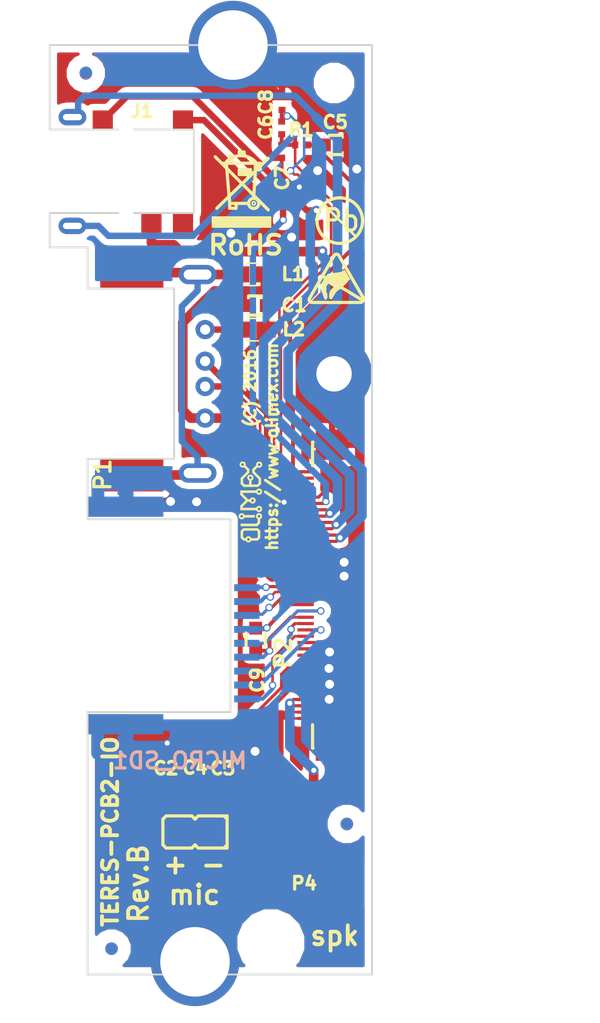
<source format=kicad_pcb>
(kicad_pcb (version 20160815) (host pcbnew no-vcs-found-undefined)

  (general
    (links 89)
    (no_connects 0)
    (area 95.569784 95.474 147.635548 177.63375)
    (thickness 1.6)
    (drawings 25)
    (tracks 403)
    (zones 0)
    (modules 46)
    (nets 28)
  )

  (page A4)
  (layers
    (0 F.Cu signal)
    (31 B.Cu signal)
    (32 B.Adhes user)
    (33 F.Adhes user)
    (34 B.Paste user)
    (35 F.Paste user hide)
    (36 B.SilkS user)
    (37 F.SilkS user)
    (38 B.Mask user)
    (39 F.Mask user hide)
    (40 Dwgs.User user hide)
    (41 Cmts.User user)
    (42 Eco1.User user)
    (43 Eco2.User user)
    (44 Edge.Cuts user)
    (45 Margin user)
    (46 B.CrtYd user)
    (47 F.CrtYd user)
    (48 B.Fab user hide)
    (49 F.Fab user hide)
  )

  (setup
    (last_trace_width 0.25)
    (user_trace_width 0.2032)
    (user_trace_width 0.3048)
    (user_trace_width 0.508)
    (user_trace_width 0.762)
    (user_trace_width 1.016)
    (trace_clearance 0.2)
    (zone_clearance 0.508)
    (zone_45_only no)
    (trace_min 0.2)
    (segment_width 0.2)
    (edge_width 0.15)
    (via_size 0.6)
    (via_drill 0.4)
    (via_min_size 0.4)
    (via_min_drill 0.3)
    (uvia_size 0.3)
    (uvia_drill 0.1)
    (uvias_allowed no)
    (uvia_min_size 0)
    (uvia_min_drill 0)
    (pcb_text_width 0.3)
    (pcb_text_size 1.5 1.5)
    (mod_edge_width 0.15)
    (mod_text_size 1 1)
    (mod_text_width 0.15)
    (pad_size 2.4 2.6)
    (pad_drill 0)
    (pad_to_mask_clearance 0.2)
    (pad_to_paste_clearance -0.01)
    (aux_axis_origin 102.5 173.5)
    (visible_elements FFFEFF7F)
    (pcbplotparams
      (layerselection 0x00000_ffffffff)
      (usegerberextensions false)
      (excludeedgelayer true)
      (linewidth 0.600000)
      (plotframeref false)
      (viasonmask false)
      (mode 1)
      (useauxorigin false)
      (hpglpennumber 1)
      (hpglpenspeed 20)
      (hpglpendiameter 15)
      (psnegative false)
      (psa4output false)
      (plotreference true)
      (plotvalue false)
      (plotinvisibletext false)
      (padsonsilk false)
      (subtractmaskfromsilk false)
      (outputformat 1)
      (mirror false)
      (drillshape 0)
      (scaleselection 1)
      (outputdirectory Gerbers/))
  )

  (net 0 "")
  (net 1 /USBVDD)
  (net 2 /UGND)
  (net 3 GND)
  (net 4 /MIC+)
  (net 5 /MIC-)
  (net 6 /HBIAS)
  (net 7 /MIC2_N)
  (net 8 /HS-MIC)
  (net 9 "Net-(C9-Pad1)")
  (net 10 "Net-(C9-Pad2)")
  (net 11 /HPCOM)
  (net 12 /HPRIGHT)
  (net 13 /HPLEFT)
  (net 14 /HPRR)
  (net 15 "Net-(L2-Pad1)")
  (net 16 "Net-(MICRO_SD1-Pad1)")
  (net 17 "Net-(MICRO_SD1-Pad2)")
  (net 18 "Net-(MICRO_SD1-Pad3)")
  (net 19 "Net-(MICRO_SD1-Pad5)")
  (net 20 "Net-(MICRO_SD1-Pad7)")
  (net 21 "Net-(MICRO_SD1-Pad8)")
  (net 22 /USBD_N)
  (net 23 /USBD_P)
  (net 24 /SPK+)
  (net 25 /SPK-)
  (net 26 "Net-(MICRO_SD1-Pad9)")
  (net 27 "Net-(L1-Pad1)")

  (net_class Default "This is the default net class."
    (clearance 0.2)
    (trace_width 0.25)
    (via_dia 0.6)
    (via_drill 0.4)
    (uvia_dia 0.3)
    (uvia_drill 0.1)
    (diff_pair_gap 0.25)
    (diff_pair_width 0.2)
    (add_net /HBIAS)
    (add_net /HPCOM)
    (add_net /HPLEFT)
    (add_net /HPRIGHT)
    (add_net /HPRR)
    (add_net /HS-MIC)
    (add_net /MIC+)
    (add_net /MIC-)
    (add_net /MIC2_N)
    (add_net /SPK+)
    (add_net /SPK-)
    (add_net /UGND)
    (add_net /USBD_N)
    (add_net /USBD_P)
    (add_net /USBVDD)
    (add_net GND)
    (add_net "Net-(C9-Pad1)")
    (add_net "Net-(C9-Pad2)")
    (add_net "Net-(L1-Pad1)")
    (add_net "Net-(L2-Pad1)")
    (add_net "Net-(MICRO_SD1-Pad1)")
    (add_net "Net-(MICRO_SD1-Pad2)")
    (add_net "Net-(MICRO_SD1-Pad3)")
    (add_net "Net-(MICRO_SD1-Pad5)")
    (add_net "Net-(MICRO_SD1-Pad7)")
    (add_net "Net-(MICRO_SD1-Pad8)")
    (add_net "Net-(MICRO_SD1-Pad9)")
  )

  (module OLIMEX_Connectors-FP:FPV-WZA21-40-LF (layer F.Cu) (tedit 58218520) (tstamp 57068141)
    (at 122.5 143.5 270)
    (path /56FECB0D)
    (attr smd)
    (fp_text reference P2 (at 4.582 4.533 270) (layer F.SilkS)
      (effects (font (size 1.27 1.27) (thickness 0.254)))
    )
    (fp_text value CONN_01X40 (at -0.05 -4.8 270) (layer F.Fab)
      (effects (font (size 1.27 1.27) (thickness 0.254)))
    )
    (fp_line (start 12.1 -0.85) (end 12.1 -3.5) (layer F.Fab) (width 0.254))
    (fp_line (start 12.1 -3.5) (end -12.1 -3.5) (layer F.Fab) (width 0.254))
    (fp_line (start -12.1 -3.5) (end -12.1 -0.85) (layer F.Fab) (width 0.254))
    (fp_line (start 12.1 2.15) (end 12.1 2.2) (layer F.Fab) (width 0.254))
    (fp_line (start 12.1 2.2) (end 10.25 2.2) (layer F.Fab) (width 0.254))
    (fp_line (start -12.1 2.15) (end -12.1 2.2) (layer F.Fab) (width 0.254))
    (fp_line (start -12.1 2.2) (end -10.25 2.2) (layer F.Fab) (width 0.254))
    (fp_line (start 12.1 2.2) (end 10.25 2.2) (layer F.SilkS) (width 0.254))
    (fp_line (start 10.2489 2.19964) (end -10.2489 2.19964) (layer F.Fab) (width 0.254))
    (fp_line (start -10.25 2.2) (end -12.1 2.2) (layer F.SilkS) (width 0.254))
    (fp_line (start -12.1 2.2) (end -12.1 2.16) (layer F.SilkS) (width 0.254))
    (fp_line (start -12.09802 2.159) (end -12.09802 -0.8382) (layer F.Fab) (width 0.254))
    (fp_line (start 12.09802 -0.8382) (end 12.09802 2.159) (layer F.Fab) (width 0.254))
    (fp_line (start 12.1 2.16) (end 12.1 2.2) (layer F.SilkS) (width 0.254))
    (pad 1 smd rect (at -9.75 2.75 90) (size 0.25 1.3) (layers F.Cu F.Paste F.Mask)
      (net 6 /HBIAS) (solder_mask_margin 0.0508) (solder_paste_margin -0.01))
    (pad 2 smd rect (at -9.25 2.75 90) (size 0.25 1.3) (layers F.Cu F.Paste F.Mask)
      (net 8 /HS-MIC) (solder_mask_margin 0.0508) (solder_paste_margin -0.01))
    (pad 3 smd rect (at -8.75 2.75 90) (size 0.25 1.3) (layers F.Cu F.Paste F.Mask)
      (net 8 /HS-MIC) (solder_mask_margin 0.0508) (solder_paste_margin -0.01))
    (pad 4 smd rect (at -8.25 2.75 90) (size 0.25 1.3) (layers F.Cu F.Paste F.Mask)
      (net 7 /MIC2_N) (solder_mask_margin 0.0508) (solder_paste_margin -0.01))
    (pad 5 smd rect (at -7.75 2.75 90) (size 0.25 1.3) (layers F.Cu F.Paste F.Mask)
      (net 3 GND) (solder_mask_margin 0.0508) (solder_paste_margin -0.01))
    (pad 6 smd rect (at -7.25 2.75 90) (size 0.25 1.3) (layers F.Cu F.Paste F.Mask)
      (net 14 /HPRR) (solder_mask_margin 0.0508) (solder_paste_margin -0.01))
    (pad 7 smd rect (at -6.75 2.75 90) (size 0.25 1.3) (layers F.Cu F.Paste F.Mask)
      (net 12 /HPRIGHT) (solder_mask_margin 0.0508) (solder_paste_margin -0.01))
    (pad 8 smd rect (at -6.25 2.75 90) (size 0.25 1.3) (layers F.Cu F.Paste F.Mask)
      (net 12 /HPRIGHT) (solder_mask_margin 0.0508) (solder_paste_margin -0.01))
    (pad 9 smd rect (at -5.75 2.75 90) (size 0.25 1.3) (layers F.Cu F.Paste F.Mask)
      (net 13 /HPLEFT) (solder_mask_margin 0.0508) (solder_paste_margin -0.01))
    (pad 10 smd rect (at -5.25 2.75 90) (size 0.25 1.3) (layers F.Cu F.Paste F.Mask)
      (net 13 /HPLEFT) (solder_mask_margin 0.0508) (solder_paste_margin -0.01))
    (pad 11 smd rect (at -4.75 2.75 90) (size 0.25 1.3) (layers F.Cu F.Paste F.Mask)
      (net 11 /HPCOM) (solder_mask_margin 0.0508) (solder_paste_margin -0.01))
    (pad 12 smd rect (at -4.25 2.75 90) (size 0.25 1.3) (layers F.Cu F.Paste F.Mask)
      (net 11 /HPCOM) (solder_mask_margin 0.0508) (solder_paste_margin -0.01))
    (pad 13 smd rect (at -3.75 2.75 90) (size 0.25 1.3) (layers F.Cu F.Paste F.Mask)
      (net 1 /USBVDD) (solder_mask_margin 0.0508) (solder_paste_margin -0.01))
    (pad 14 smd rect (at -3.25 2.75 90) (size 0.25 1.3) (layers F.Cu F.Paste F.Mask)
      (net 1 /USBVDD) (solder_mask_margin 0.0508) (solder_paste_margin -0.01))
    (pad 15 smd rect (at -2.75 2.75 90) (size 0.25 1.3) (layers F.Cu F.Paste F.Mask)
      (net 22 /USBD_N) (solder_mask_margin 0.0508) (solder_paste_margin -0.01))
    (pad 16 smd rect (at -2.25 2.75 90) (size 0.25 1.3) (layers F.Cu F.Paste F.Mask)
      (net 23 /USBD_P) (solder_mask_margin 0.0508) (solder_paste_margin -0.01))
    (pad 17 smd rect (at -1.75 2.75 90) (size 0.25 1.3) (layers F.Cu F.Paste F.Mask)
      (net 2 /UGND) (solder_mask_margin 0.0508) (solder_paste_margin -0.01))
    (pad 18 smd rect (at -1.25 2.75 90) (size 0.25 1.3) (layers F.Cu F.Paste F.Mask)
      (net 2 /UGND) (solder_mask_margin 0.0508) (solder_paste_margin -0.01))
    (pad 19 smd rect (at -0.75 2.75 90) (size 0.25 1.3) (layers F.Cu F.Paste F.Mask)
      (net 16 "Net-(MICRO_SD1-Pad1)") (solder_mask_margin 0.0508) (solder_paste_margin -0.01))
    (pad 20 smd rect (at -0.25 2.75 90) (size 0.25 1.3) (layers F.Cu F.Paste F.Mask)
      (net 17 "Net-(MICRO_SD1-Pad2)") (solder_mask_margin 0.0508) (solder_paste_margin -0.01))
    (pad 21 smd rect (at 0.25 2.75 90) (size 0.25 1.3) (layers F.Cu F.Paste F.Mask)
      (net 18 "Net-(MICRO_SD1-Pad3)") (solder_mask_margin 0.0508) (solder_paste_margin -0.01))
    (pad 22 smd rect (at 0.75 2.75 90) (size 0.25 1.3) (layers F.Cu F.Paste F.Mask)
      (net 10 "Net-(C9-Pad2)") (solder_mask_margin 0.0508) (solder_paste_margin -0.01))
    (pad 23 smd rect (at 1.25 2.75 90) (size 0.25 1.3) (layers F.Cu F.Paste F.Mask)
      (net 19 "Net-(MICRO_SD1-Pad5)") (solder_mask_margin 0.0508) (solder_paste_margin -0.01))
    (pad 24 smd rect (at 1.75 2.75 90) (size 0.25 1.3) (layers F.Cu F.Paste F.Mask)
      (net 9 "Net-(C9-Pad1)") (solder_mask_margin 0.0508) (solder_paste_margin -0.01))
    (pad 25 smd rect (at 2.25 2.75 90) (size 0.25 1.3) (layers F.Cu F.Paste F.Mask)
      (net 20 "Net-(MICRO_SD1-Pad7)") (solder_mask_margin 0.0508) (solder_paste_margin -0.01))
    (pad 26 smd rect (at 2.75 2.75 90) (size 0.25 1.3) (layers F.Cu F.Paste F.Mask)
      (net 21 "Net-(MICRO_SD1-Pad8)") (solder_mask_margin 0.0508) (solder_paste_margin -0.01))
    (pad 27 smd rect (at 3.25 2.75 90) (size 0.25 1.3) (layers F.Cu F.Paste F.Mask)
      (net 26 "Net-(MICRO_SD1-Pad9)") (solder_mask_margin 0.0508) (solder_paste_margin -0.01))
    (pad 28 smd rect (at 3.75 2.75 90) (size 0.25 1.3) (layers F.Cu F.Paste F.Mask)
      (net 3 GND) (solder_mask_margin 0.0508) (solder_paste_margin -0.01))
    (pad 29 smd rect (at 4.25 2.75 90) (size 0.25 1.3) (layers F.Cu F.Paste F.Mask)
      (net 3 GND) (solder_mask_margin 0.0508) (solder_paste_margin -0.01))
    (pad 30 smd rect (at 4.75 2.75 90) (size 0.25 1.3) (layers F.Cu F.Paste F.Mask)
      (net 3 GND) (solder_mask_margin 0.0508) (solder_paste_margin -0.01))
    (pad 31 smd rect (at 5.25 2.75 90) (size 0.25 1.3) (layers F.Cu F.Paste F.Mask)
      (net 3 GND) (solder_mask_margin 0.0508) (solder_paste_margin -0.01))
    (pad 32 smd rect (at 5.75 2.75 90) (size 0.25 1.3) (layers F.Cu F.Paste F.Mask)
      (net 4 /MIC+) (solder_mask_margin 0.0508) (solder_paste_margin -0.01))
    (pad 33 smd rect (at 6.25 2.75 90) (size 0.25 1.3) (layers F.Cu F.Paste F.Mask)
      (net 5 /MIC-) (solder_mask_margin 0.0508) (solder_paste_margin -0.01))
    (pad 34 smd rect (at 6.75 2.75 90) (size 0.25 1.3) (layers F.Cu F.Paste F.Mask)
      (net 3 GND) (solder_mask_margin 0.0508) (solder_paste_margin -0.01))
    (pad 35 smd rect (at 7.25 2.75 90) (size 0.25 1.3) (layers F.Cu F.Paste F.Mask)
      (net 3 GND) (solder_mask_margin 0.0508) (solder_paste_margin -0.01))
    (pad 36 smd rect (at 7.75 2.75 90) (size 0.25 1.3) (layers F.Cu F.Paste F.Mask)
      (net 3 GND) (solder_mask_margin 0.0508) (solder_paste_margin -0.01))
    (pad 37 smd rect (at 8.25 2.75 90) (size 0.25 1.3) (layers F.Cu F.Paste F.Mask)
      (net 24 /SPK+) (solder_mask_margin 0.0508) (solder_paste_margin -0.01))
    (pad 38 smd rect (at 8.75 2.75 90) (size 0.25 1.3) (layers F.Cu F.Paste F.Mask)
      (net 24 /SPK+) (solder_mask_margin 0.0508) (solder_paste_margin -0.01))
    (pad 39 smd rect (at 9.25 2.75 90) (size 0.25 1.3) (layers F.Cu F.Paste F.Mask)
      (net 25 /SPK-) (solder_mask_margin 0.0508) (solder_paste_margin -0.01))
    (pad 40 smd rect (at 9.75 2.75 90) (size 0.25 1.3) (layers F.Cu F.Paste F.Mask)
      (net 25 /SPK-) (solder_mask_margin 0.0508) (solder_paste_margin -0.01))
    (pad P1 smd rect (at -11.9 0.65 90) (size 2.4 2.6) (layers F.Cu F.Paste F.Mask)
      (net 3 GND) (solder_mask_margin 0.0508))
    (pad P2 smd rect (at 11.9 0.65 90) (size 2.4 2.6) (layers F.Cu F.Paste F.Mask)
      (net 3 GND) (solder_mask_margin 0.0508))
  )

  (module OLIMEX_Other-FP:via_09_07 (layer F.Cu) (tedit 571DD6C1) (tstamp 58199AB3)
    (at 121.65 148)
    (fp_text reference Ref** (at 0 0.5) (layer F.SilkS) hide
      (effects (font (size 1 1) (thickness 0.15)))
    )
    (fp_text value Val** (at 0 -0.7874) (layer F.Fab)
      (effects (font (size 1 1) (thickness 0.15)))
    )
    (pad 0 thru_hole circle (at 0 0) (size 0.9 0.9) (drill 0.7) (layers *.Cu)
      (net 3 GND) (zone_connect 2))
  )

  (module OLIMEX_Other-FP:via_09_07 (layer F.Cu) (tedit 571DD6C1) (tstamp 58199AA9)
    (at 121.6 149.3)
    (fp_text reference Ref** (at 0 0.5) (layer F.SilkS) hide
      (effects (font (size 1 1) (thickness 0.15)))
    )
    (fp_text value Val** (at 0 -0.7874) (layer F.Fab)
      (effects (font (size 1 1) (thickness 0.15)))
    )
    (pad 0 thru_hole circle (at 0 0) (size 0.9 0.9) (drill 0.7) (layers *.Cu)
      (net 3 GND) (zone_connect 2))
  )

  (module OLIMEX_Other-FP:via_09_07 (layer F.Cu) (tedit 571DD6C1) (tstamp 58199AA4)
    (at 121.65 150.55)
    (fp_text reference Ref** (at 0 0.5) (layer F.SilkS) hide
      (effects (font (size 1 1) (thickness 0.15)))
    )
    (fp_text value Val** (at 0 -0.7874) (layer F.Fab)
      (effects (font (size 1 1) (thickness 0.15)))
    )
    (pad 0 thru_hole circle (at 0 0) (size 0.9 0.9) (drill 0.7) (layers *.Cu)
      (net 3 GND) (zone_connect 2))
  )

  (module OLIMEX_Other-FP:via_09_07 (layer F.Cu) (tedit 571DD6C1) (tstamp 58199A86)
    (at 115.75 155.85)
    (fp_text reference Ref** (at 0 0.5) (layer F.SilkS) hide
      (effects (font (size 1 1) (thickness 0.15)))
    )
    (fp_text value Val** (at 0 -0.7874) (layer F.Fab)
      (effects (font (size 1 1) (thickness 0.15)))
    )
    (pad 0 thru_hole circle (at 0 0) (size 0.9 0.9) (drill 0.7) (layers *.Cu)
      (net 3 GND) (zone_connect 2))
  )

  (module OLIMEX_Other-FP:Fiducial1x3_transp (layer B.Cu) (tedit 5540CDCA) (tstamp 57BB5694)
    (at 104.394 171.458)
    (attr smd)
    (fp_text reference "" (at 0 -3) (layer B.SilkS)
      (effects (font (size 1 1) (thickness 0.15)) (justify mirror))
    )
    (fp_text value "" (at 0 3) (layer B.Fab)
      (effects (font (size 1 1) (thickness 0.15)) (justify mirror))
    )
    (fp_circle (center 0 0) (end 1.5 0) (layer Dwgs.User) (width 0.254))
    (pad Fid1 connect circle (at 0 0) (size 1 1) (layers B.Cu B.Mask)
      (solder_mask_margin 0.127) (clearance 1.016) (zone_connect 0))
  )

  (module OLIMEX_Other-FP:Fiducial1x3_transp (layer B.Cu) (tedit 5540CDCA) (tstamp 57BB568E)
    (at 123.0122 161.6)
    (attr smd)
    (fp_text reference "" (at 0 -3) (layer B.SilkS)
      (effects (font (size 1 1) (thickness 0.15)) (justify mirror))
    )
    (fp_text value "" (at 0 3) (layer B.Fab)
      (effects (font (size 1 1) (thickness 0.15)) (justify mirror))
    )
    (fp_circle (center 0 0) (end 1.5 0) (layer Dwgs.User) (width 0.254))
    (pad Fid1 connect circle (at 0 0) (size 1 1) (layers B.Cu B.Mask)
      (solder_mask_margin 0.127) (clearance 1.016) (zone_connect 0))
  )

  (module OLIMEX_Other-FP:Fiducial1x3_transp (layer B.Cu) (tedit 5540CDCA) (tstamp 57BB5688)
    (at 102.362 102.2)
    (attr smd)
    (fp_text reference "" (at 0 -3) (layer B.SilkS)
      (effects (font (size 1 1) (thickness 0.15)) (justify mirror))
    )
    (fp_text value "" (at 0 3) (layer B.Fab)
      (effects (font (size 1 1) (thickness 0.15)) (justify mirror))
    )
    (fp_circle (center 0 0) (end 1.5 0) (layer Dwgs.User) (width 0.254))
    (pad Fid1 connect circle (at 0 0) (size 1 1) (layers B.Cu B.Mask)
      (solder_mask_margin 0.127) (clearance 1.016) (zone_connect 0))
  )

  (module OLIMEX_Other-FP:via_09_07 (layer F.Cu) (tedit 571DD6C1) (tstamp 571DFBF5)
    (at 123.7996 109.8042)
    (fp_text reference Ref** (at 0 0.5) (layer F.SilkS) hide
      (effects (font (size 1 1) (thickness 0.15)))
    )
    (fp_text value Val** (at 0 -0.7874) (layer F.Fab)
      (effects (font (size 1 1) (thickness 0.15)))
    )
    (pad 0 thru_hole circle (at 0 0) (size 0.9 0.9) (drill 0.7) (layers *.Cu)
      (net 3 GND) (zone_connect 2))
  )

  (module OLIMEX_Other-FP:via_09_07 (layer F.Cu) (tedit 571DD6C1) (tstamp 571DFBEE)
    (at 120.7008 109.9312)
    (fp_text reference Ref** (at 0 0.5) (layer F.SilkS) hide
      (effects (font (size 1 1) (thickness 0.15)))
    )
    (fp_text value Val** (at 0 -0.7874) (layer F.Fab)
      (effects (font (size 1 1) (thickness 0.15)))
    )
    (pad 0 thru_hole circle (at 0 0) (size 0.9 0.9) (drill 0.7) (layers *.Cu)
      (net 3 GND) (zone_connect 2))
  )

  (module OLIMEX_Other-FP:via_09_07 (layer F.Cu) (tedit 571DD6C1) (tstamp 571DFBE1)
    (at 118.6434 115.189)
    (fp_text reference Ref** (at 0 0.5) (layer F.SilkS) hide
      (effects (font (size 1 1) (thickness 0.15)))
    )
    (fp_text value Val** (at 0 -0.7874) (layer F.Fab)
      (effects (font (size 1 1) (thickness 0.15)))
    )
    (pad 0 thru_hole circle (at 0 0) (size 0.9 0.9) (drill 0.7) (layers *.Cu)
      (net 3 GND) (zone_connect 2))
  )

  (module OLIMEX_Other-FP:via_09_07 (layer F.Cu) (tedit 571DD6C1) (tstamp 571DFBD9)
    (at 113.8428 114.8842)
    (fp_text reference Ref** (at 0 0.5) (layer F.SilkS) hide
      (effects (font (size 1 1) (thickness 0.15)))
    )
    (fp_text value Val** (at 0 -0.7874) (layer F.Fab)
      (effects (font (size 1 1) (thickness 0.15)))
    )
    (pad 0 thru_hole circle (at 0 0) (size 0.9 0.9) (drill 0.7) (layers *.Cu)
      (net 3 GND) (zone_connect 2))
  )

  (module OLIMEX_Other-FP:via_09_07 (layer F.Cu) (tedit 571DD6C1) (tstamp 571DF4ED)
    (at 121.6152 151.7396)
    (fp_text reference Ref** (at 0 0.5) (layer F.SilkS) hide
      (effects (font (size 1 1) (thickness 0.15)))
    )
    (fp_text value Val** (at 0 -0.7874) (layer F.Fab)
      (effects (font (size 1 1) (thickness 0.15)))
    )
    (pad 0 thru_hole circle (at 0 0) (size 0.9 0.9) (drill 0.7) (layers *.Cu)
      (net 3 GND) (zone_connect 2))
  )

  (module OLIMEX_Other-FP:via_09_07 (layer F.Cu) (tedit 571DD6C1) (tstamp 571DF4E0)
    (at 122.8 142)
    (fp_text reference Ref** (at 0 0.5) (layer F.SilkS) hide
      (effects (font (size 1 1) (thickness 0.15)))
    )
    (fp_text value Val** (at 0 -0.7874) (layer F.Fab)
      (effects (font (size 1 1) (thickness 0.15)))
    )
    (pad 0 thru_hole circle (at 0 0) (size 0.9 0.9) (drill 0.7) (layers *.Cu)
      (net 3 GND) (zone_connect 2))
  )

  (module OLIMEX_Other-FP:via_09_07 (layer F.Cu) (tedit 571DD6C1) (tstamp 571DF4DC)
    (at 122.8 140.9)
    (fp_text reference Ref** (at 0 0.5) (layer F.SilkS) hide
      (effects (font (size 1 1) (thickness 0.15)))
    )
    (fp_text value Val** (at 0 -0.7874) (layer F.Fab)
      (effects (font (size 1 1) (thickness 0.15)))
    )
    (pad 0 thru_hole circle (at 0 0) (size 0.9 0.9) (drill 0.7) (layers *.Cu)
      (net 3 GND) (zone_connect 2))
  )

  (module OLIMEX_Other-FP:via_09_07 (layer F.Cu) (tedit 571DD6C1) (tstamp 571DF4D8)
    (at 111.125 136.1186)
    (fp_text reference Ref** (at 0 0.5) (layer F.SilkS) hide
      (effects (font (size 1 1) (thickness 0.15)))
    )
    (fp_text value Val** (at 0 -0.7874) (layer F.Fab)
      (effects (font (size 1 1) (thickness 0.15)))
    )
    (pad 0 thru_hole circle (at 0 0) (size 0.9 0.9) (drill 0.7) (layers *.Cu)
      (net 3 GND) (zone_connect 2))
  )

  (module OLIMEX_Other-FP:Mounting_hole_2.5mm (layer F.Cu) (tedit 57BAA036) (tstamp 57065693)
    (at 138.406 168.4192)
    (fp_text reference MountingHole (at 0.05 -3.7) (layer F.SilkS) hide
      (effects (font (size 0.8 0.8) (thickness 0.2)))
    )
    (fp_text value Mounting_hole_3.3mm (at 0.45 3.45) (layer F.Fab) hide
      (effects (font (size 0.5 0.5) (thickness 0.125)))
    )
    (pad "" np_thru_hole circle (at -21.406 2.5808) (size 2.2 2.2) (drill 2.2) (layers *.Cu *.Mask)
      (clearance 1.55) (zone_connect 2))
  )

  (module OLIMEX_Other-FP:Mounting_hole_THERES (layer F.Cu) (tedit 57BAA0FF) (tstamp 570655BD)
    (at 113.5 100)
    (fp_text reference MountingHole (at 0.05 -3.7) (layer F.SilkS) hide
      (effects (font (size 0.8 0.8) (thickness 0.2)))
    )
    (fp_text value Mounting_hole_3.3mm (at 0.45 3.45) (layer F.Fab) hide
      (effects (font (size 0.5 0.5) (thickness 0.125)))
    )
    (pad "" thru_hole circle (at 0.5 0) (size 7 7) (drill 5.5) (layers *.Cu *.Mask)
      (net 3 GND) (clearance 0.254) (zone_connect 2))
  )

  (module OLIMEX_Other-FP:Mounting_hole_THERES (layer F.Cu) (tedit 57BAA0D2) (tstamp 570655C8)
    (at 111 173.5)
    (fp_text reference MountingHole (at 0.05 -3.7) (layer F.SilkS) hide
      (effects (font (size 0.8 0.8) (thickness 0.2)))
    )
    (fp_text value Mounting_hole_3.3mm (at 0.45 3.45) (layer F.Fab) hide
      (effects (font (size 0.5 0.5) (thickness 0.125)))
    )
    (pad "" thru_hole circle (at 0 -1) (size 7 7) (drill 5.5) (layers *.Cu *.Mask)
      (net 3 GND) (clearance 1.55) (zone_connect 2))
  )

  (module OLIMEX_Other-FP:Mounting_hole_2.5mm (layer F.Cu) (tedit 571DD652) (tstamp 57065673)
    (at 141.859 126.111)
    (fp_text reference MountingHole (at 0.05 -3.7) (layer F.SilkS) hide
      (effects (font (size 0.8 0.8) (thickness 0.2)))
    )
    (fp_text value Mounting_hole_3.3mm (at 0.45 3.45) (layer F.Fab) hide
      (effects (font (size 0.5 0.5) (thickness 0.125)))
    )
    (pad "" thru_hole circle (at -19.859 -0.111) (size 6 6) (drill 2.8) (layers *.Cu *.Mask)
      (net 3 GND) (clearance 0.254) (zone_connect 2))
  )

  (module OLIMEX_Other-FP:Mounting_hole_2.5mm (layer F.Cu) (tedit 57BA9E20) (tstamp 5706567D)
    (at 142.804 101.8662)
    (fp_text reference MountingHole (at 0.05 -3.7) (layer F.SilkS) hide
      (effects (font (size 0.8 0.8) (thickness 0.2)))
    )
    (fp_text value Mounting_hole_3.3mm (at 0.45 3.45) (layer F.Fab) hide
      (effects (font (size 0.5 0.5) (thickness 0.125)))
    )
    (pad "" np_thru_hole circle (at -20.804 1.1338) (size 2.2 2.2) (drill 2.2) (layers *.Cu *.Mask)
      (clearance 0.254) (zone_connect 2))
  )

  (module OLIMEX_Connectors-FP:CON-SPK-HERMES (layer F.Cu) (tedit 5821850B) (tstamp 57066C89)
    (at 119.634 167.767)
    (path /56FEA0EE)
    (fp_text reference P4 (at 0 -1.4732) (layer F.SilkS)
      (effects (font (size 1.016 1.016) (thickness 0.254)))
    )
    (fp_text value CONN_01X02 (at 6.35 -1.524 90) (layer F.Fab)
      (effects (font (size 1 1) (thickness 0.15)))
    )
    (fp_line (start 3.8 -4) (end -3.8 -4) (layer F.Fab) (width 0.254))
    (fp_line (start 3.8 0.2) (end 3.8 -4) (layer F.Fab) (width 0.254))
    (fp_line (start -3.8 0.2) (end 3.8 0.2) (layer F.Fab) (width 0.254))
    (fp_line (start -3.8 -4) (end -3.8 0.2) (layer F.Fab) (width 0.254))
    (pad 1 smd rect (at -0.75 -4.4) (size 0.8 1.6) (layers F.Cu F.Paste F.Mask)
      (net 25 /SPK-))
    (pad 2 smd rect (at 0.75 -4.4) (size 0.8 1.6) (layers F.Cu F.Paste F.Mask)
      (net 24 /SPK+))
    (pad 0 smd rect (at -3.3 -1.5) (size 2.1 3) (layers F.Cu F.Paste F.Mask)
      (net 3 GND))
    (pad 0 smd rect (at 3.3 -1.5) (size 2.1 3) (layers F.Cu F.Paste F.Mask)
      (net 3 GND))
  )

  (module OLIMEX_Other-FP:Fiducial1x3_transp (layer F.Cu) (tedit 5540CDCA) (tstamp 57065BB4)
    (at 104.394 171.458)
    (attr smd)
    (fp_text reference "" (at 0 3) (layer F.SilkS)
      (effects (font (size 1 1) (thickness 0.15)))
    )
    (fp_text value "" (at 0 -3) (layer F.Fab)
      (effects (font (size 1 1) (thickness 0.15)))
    )
    (fp_circle (center 0 0) (end 1.5 0) (layer Dwgs.User) (width 0.254))
    (pad Fid1 connect circle (at 0 0) (size 1 1) (layers F.Cu F.Mask)
      (solder_mask_margin 0.127) (clearance 1.016) (zone_connect 0))
  )

  (module OLIMEX_Other-FP:Fiducial1x3_transp (layer F.Cu) (tedit 5540CDCA) (tstamp 57065BBA)
    (at 102.362 102.235)
    (attr smd)
    (fp_text reference "" (at 0 3) (layer F.SilkS)
      (effects (font (size 1 1) (thickness 0.15)))
    )
    (fp_text value "" (at 0 -3) (layer F.Fab)
      (effects (font (size 1 1) (thickness 0.15)))
    )
    (fp_circle (center 0 0) (end 1.5 0) (layer Dwgs.User) (width 0.254))
    (pad Fid1 connect circle (at 0 0) (size 1 1) (layers F.Cu F.Mask)
      (solder_mask_margin 0.127) (clearance 1.016) (zone_connect 0))
  )

  (module OLIMEX_Other-FP:Fiducial1x3_transp (layer F.Cu) (tedit 5540CDCA) (tstamp 57065BC0)
    (at 123.0122 161.5948)
    (attr smd)
    (fp_text reference "" (at 0 3) (layer F.SilkS)
      (effects (font (size 1 1) (thickness 0.15)))
    )
    (fp_text value "" (at 0 -3) (layer F.Fab)
      (effects (font (size 1 1) (thickness 0.15)))
    )
    (fp_circle (center 0 0) (end 1.5 0) (layer Dwgs.User) (width 0.254))
    (pad Fid1 connect circle (at 0 0) (size 1 1) (layers F.Cu F.Mask)
      (solder_mask_margin 0.127) (clearance 1.016) (zone_connect 0))
  )

  (module OLIMEX_RLC-FP:C_0603_5MIL_DWS (layer F.Cu) (tedit 57BC553A) (tstamp 57188026)
    (at 115.7478 120.5992 180)
    (descr "Resistor SMD 0603, reflow soldering, Vishay (see dcrcw.pdf)")
    (tags "resistor 0603")
    (path /56FEB1B7)
    (attr smd)
    (fp_text reference C1 (at -3.0988 0.0254 180) (layer F.SilkS)
      (effects (font (size 1 1) (thickness 0.25)))
    )
    (fp_text value 10uF (at 0.127 1.778 180) (layer F.Fab)
      (effects (font (size 1.27 1.27) (thickness 0.254)))
    )
    (fp_line (start 0.762 -0.381) (end 0 -0.381) (layer F.Fab) (width 0.15))
    (fp_line (start 0.762 0.381) (end 0.762 -0.381) (layer F.Fab) (width 0.15))
    (fp_line (start -0.762 0.381) (end 0.762 0.381) (layer F.Fab) (width 0.15))
    (fp_line (start -0.762 -0.381) (end -0.762 0.381) (layer F.Fab) (width 0.15))
    (fp_line (start 0 -0.381) (end -0.762 -0.381) (layer F.Fab) (width 0.15))
    (fp_line (start 0.508 -0.762) (end 1.651 -0.762) (layer Dwgs.User) (width 0.254))
    (fp_line (start 1.651 -0.762) (end 1.651 0.762) (layer Dwgs.User) (width 0.254))
    (fp_line (start 1.651 0.762) (end 0.508 0.762) (layer Dwgs.User) (width 0.254))
    (fp_line (start -0.508 -0.762) (end -1.651 -0.762) (layer Dwgs.User) (width 0.254))
    (fp_line (start -1.651 -0.762) (end -1.651 0.762) (layer Dwgs.User) (width 0.254))
    (fp_line (start -1.651 0.762) (end -0.508 0.762) (layer Dwgs.User) (width 0.254))
    (fp_line (start -0.508 0.762) (end 0.508 0.762) (layer F.SilkS) (width 0.254))
    (fp_line (start -0.508 -0.762) (end 0.508 -0.762) (layer F.SilkS) (width 0.254))
    (pad 1 smd rect (at -0.889 0 180) (size 1.016 1.016) (layers F.Cu F.Paste F.Mask)
      (net 1 /USBVDD) (solder_mask_margin 0.0508) (clearance 0.0508))
    (pad 2 smd rect (at 0.889 0 180) (size 1.016 1.016) (layers F.Cu F.Paste F.Mask)
      (net 2 /UGND) (solder_mask_margin 0.0508) (clearance 0.0508))
    (model Resistors_SMD/R_0603.wrl
      (at (xyz 0 0 0))
      (scale (xyz 1 1 1))
      (rotate (xyz 0 0 0))
    )
  )

  (module OLIMEX_RLC-FP:C_0402_SMALL (layer F.Cu) (tedit 57BC555C) (tstamp 5718802C)
    (at 109.22 158.4198)
    (descr "DESIGNED BY NIKOLAY")
    (tags "DESIGNED BY NIKOLAY")
    (path /56FEAA00)
    (attr smd)
    (fp_text reference C2 (at -0.52 -1.2198) (layer F.SilkS)
      (effects (font (size 1 1) (thickness 0.25)))
    )
    (fp_text value 33pF (at 0 1.397) (layer F.Fab)
      (effects (font (size 1.27 1.27) (thickness 0.254)))
    )
    (fp_line (start -0.49784 0.24892) (end 0.49784 0.24892) (layer F.Fab) (width 0.06604))
    (fp_line (start 0.49784 0.24892) (end 0.49784 -0.24892) (layer F.Fab) (width 0.06604))
    (fp_line (start -0.49784 -0.24892) (end 0.49784 -0.24892) (layer F.Fab) (width 0.06604))
    (fp_line (start -0.49784 0.24892) (end -0.49784 -0.24892) (layer F.Fab) (width 0.06604))
    (fp_line (start -0.79756 -0.29972) (end 0.79756 -0.29972) (layer Dwgs.User) (width 0.0508))
    (fp_line (start 0.79756 -0.29972) (end 0.79756 0.29972) (layer Dwgs.User) (width 0.0508))
    (fp_line (start 0.79756 0.29972) (end -0.79756 0.29972) (layer Dwgs.User) (width 0.0508))
    (fp_line (start -0.79756 0.29972) (end -0.79756 -0.29972) (layer Dwgs.User) (width 0.0508))
    (pad 1 smd rect (at -0.508 0 180) (size 0.5 0.55) (layers F.Cu F.Paste F.Mask)
      (net 3 GND))
    (pad 2 smd rect (at 0.508 0) (size 0.5 0.55) (layers F.Cu F.Paste F.Mask)
      (net 4 /MIC+))
  )

  (module OLIMEX_RLC-FP:C_0402_SMALL (layer F.Cu) (tedit 57BC556A) (tstamp 57188032)
    (at 112.776 158.4198)
    (descr "DESIGNED BY NIKOLAY")
    (tags "DESIGNED BY NIKOLAY")
    (path /56FEAA2A)
    (attr smd)
    (fp_text reference C3 (at 0.424 -1.2198) (layer F.SilkS)
      (effects (font (size 1 1) (thickness 0.25)))
    )
    (fp_text value 33pF (at 0 1.397) (layer F.Fab)
      (effects (font (size 1.27 1.27) (thickness 0.254)))
    )
    (fp_line (start -0.49784 0.24892) (end 0.49784 0.24892) (layer F.Fab) (width 0.06604))
    (fp_line (start 0.49784 0.24892) (end 0.49784 -0.24892) (layer F.Fab) (width 0.06604))
    (fp_line (start -0.49784 -0.24892) (end 0.49784 -0.24892) (layer F.Fab) (width 0.06604))
    (fp_line (start -0.49784 0.24892) (end -0.49784 -0.24892) (layer F.Fab) (width 0.06604))
    (fp_line (start -0.79756 -0.29972) (end 0.79756 -0.29972) (layer Dwgs.User) (width 0.0508))
    (fp_line (start 0.79756 -0.29972) (end 0.79756 0.29972) (layer Dwgs.User) (width 0.0508))
    (fp_line (start 0.79756 0.29972) (end -0.79756 0.29972) (layer Dwgs.User) (width 0.0508))
    (fp_line (start -0.79756 0.29972) (end -0.79756 -0.29972) (layer Dwgs.User) (width 0.0508))
    (pad 1 smd rect (at -0.508 0 180) (size 0.5 0.55) (layers F.Cu F.Paste F.Mask)
      (net 5 /MIC-))
    (pad 2 smd rect (at 0.508 0) (size 0.5 0.55) (layers F.Cu F.Paste F.Mask)
      (net 3 GND))
  )

  (module OLIMEX_RLC-FP:C_0402_SMALL (layer F.Cu) (tedit 57BC5561) (tstamp 57188038)
    (at 110.998 158.4198)
    (descr "DESIGNED BY NIKOLAY")
    (tags "DESIGNED BY NIKOLAY")
    (path /570B59AF)
    (attr smd)
    (fp_text reference C4 (at 0 -1.27) (layer F.SilkS)
      (effects (font (size 1 1) (thickness 0.25)))
    )
    (fp_text value 10pF (at 0 1.397) (layer F.Fab)
      (effects (font (size 1.27 1.27) (thickness 0.254)))
    )
    (fp_line (start -0.49784 0.24892) (end 0.49784 0.24892) (layer F.Fab) (width 0.06604))
    (fp_line (start 0.49784 0.24892) (end 0.49784 -0.24892) (layer F.Fab) (width 0.06604))
    (fp_line (start -0.49784 -0.24892) (end 0.49784 -0.24892) (layer F.Fab) (width 0.06604))
    (fp_line (start -0.49784 0.24892) (end -0.49784 -0.24892) (layer F.Fab) (width 0.06604))
    (fp_line (start -0.79756 -0.29972) (end 0.79756 -0.29972) (layer Dwgs.User) (width 0.0508))
    (fp_line (start 0.79756 -0.29972) (end 0.79756 0.29972) (layer Dwgs.User) (width 0.0508))
    (fp_line (start 0.79756 0.29972) (end -0.79756 0.29972) (layer Dwgs.User) (width 0.0508))
    (fp_line (start -0.79756 0.29972) (end -0.79756 -0.29972) (layer Dwgs.User) (width 0.0508))
    (pad 1 smd rect (at -0.508 0 180) (size 0.5 0.55) (layers F.Cu F.Paste F.Mask)
      (net 4 /MIC+))
    (pad 2 smd rect (at 0.508 0) (size 0.5 0.55) (layers F.Cu F.Paste F.Mask)
      (net 5 /MIC-))
  )

  (module OLIMEX_RLC-FP:C_0603_5MIL_DWS (layer F.Cu) (tedit 57BC557D) (tstamp 57188056)
    (at 115.8 147 90)
    (descr "Resistor SMD 0603, reflow soldering, Vishay (see dcrcw.pdf)")
    (tags "resistor 0603")
    (path /57188549)
    (attr smd)
    (fp_text reference C9 (at -3.2258 0.127 90) (layer F.SilkS)
      (effects (font (size 1 1) (thickness 0.25)))
    )
    (fp_text value 10uF (at 0.127 1.778 90) (layer F.Fab)
      (effects (font (size 1.27 1.27) (thickness 0.254)))
    )
    (fp_line (start 0.762 -0.381) (end 0 -0.381) (layer F.Fab) (width 0.15))
    (fp_line (start 0.762 0.381) (end 0.762 -0.381) (layer F.Fab) (width 0.15))
    (fp_line (start -0.762 0.381) (end 0.762 0.381) (layer F.Fab) (width 0.15))
    (fp_line (start -0.762 -0.381) (end -0.762 0.381) (layer F.Fab) (width 0.15))
    (fp_line (start 0 -0.381) (end -0.762 -0.381) (layer F.Fab) (width 0.15))
    (fp_line (start 0.508 -0.762) (end 1.651 -0.762) (layer Dwgs.User) (width 0.254))
    (fp_line (start 1.651 -0.762) (end 1.651 0.762) (layer Dwgs.User) (width 0.254))
    (fp_line (start 1.651 0.762) (end 0.508 0.762) (layer Dwgs.User) (width 0.254))
    (fp_line (start -0.508 -0.762) (end -1.651 -0.762) (layer Dwgs.User) (width 0.254))
    (fp_line (start -1.651 -0.762) (end -1.651 0.762) (layer Dwgs.User) (width 0.254))
    (fp_line (start -1.651 0.762) (end -0.508 0.762) (layer Dwgs.User) (width 0.254))
    (fp_line (start -0.508 0.762) (end 0.508 0.762) (layer F.SilkS) (width 0.254))
    (fp_line (start -0.508 -0.762) (end 0.508 -0.762) (layer F.SilkS) (width 0.254))
    (pad 1 smd rect (at -0.889 0 90) (size 1.016 1.016) (layers F.Cu F.Paste F.Mask)
      (net 9 "Net-(C9-Pad1)") (solder_mask_margin 0.0508) (clearance 0.0508))
    (pad 2 smd rect (at 0.889 0 90) (size 1.016 1.016) (layers F.Cu F.Paste F.Mask)
      (net 10 "Net-(C9-Pad2)") (solder_mask_margin 0.0508) (clearance 0.0508))
    (model Resistors_SMD/R_0603.wrl
      (at (xyz 0 0 0))
      (scale (xyz 1 1 1))
      (rotate (xyz 0 0 0))
    )
  )

  (module OLIMEX_RLC-FP:L_0805_5MIL_DWS (layer F.Cu) (tedit 57BC553D) (tstamp 5718805C)
    (at 115.5446 118.1354)
    (descr "Resistor SMD 0805, hand soldering")
    (tags "resistor 0805")
    (path /56FEAFD7)
    (attr smd)
    (fp_text reference L1 (at 3.2004 -0.0254) (layer F.SilkS)
      (effects (font (size 1 1) (thickness 0.25)))
    )
    (fp_text value FB0805 (at -0.33 2.02) (layer F.Fab)
      (effects (font (size 0.5 0.5) (thickness 0.125)))
    )
    (fp_line (start -0.4318 0.889) (end 0.4064 0.889) (layer F.SilkS) (width 0.127))
    (fp_line (start -0.4318 -0.889) (end 0.4064 -0.889) (layer F.SilkS) (width 0.127))
    (fp_line (start 0.3556 0.889) (end 2.0828 0.889) (layer Dwgs.User) (width 0.127))
    (fp_line (start 2.0828 -0.889) (end 2.0828 0.889) (layer Dwgs.User) (width 0.127))
    (fp_line (start 2.0828 -0.889) (end 0.3556 -0.889) (layer Dwgs.User) (width 0.127))
    (fp_line (start -0.3556 -0.889) (end -2.0828 -0.889) (layer Dwgs.User) (width 0.127))
    (fp_line (start -2.0828 -0.889) (end -2.0828 0.889) (layer Dwgs.User) (width 0.127))
    (fp_line (start -2.0828 0.889) (end -0.3556 0.889) (layer Dwgs.User) (width 0.127))
    (pad 2 smd rect (at 1.016 0) (size 1.524 1.27) (layers F.Cu F.Paste F.Mask)
      (net 2 /UGND) (solder_mask_margin 0.0508) (solder_paste_margin -0.0508) (clearance 0.0508))
    (pad 1 smd rect (at -1.016 0) (size 1.524 1.27) (layers F.Cu F.Paste F.Mask)
      (net 27 "Net-(L1-Pad1)") (solder_mask_margin 0.0508) (solder_paste_margin -0.0508) (clearance 0.0508))
    (model Resistors_SMD.3dshapes/R_0805_HandSoldering.wrl
      (at (xyz 0 0 0))
      (scale (xyz 1 1 1))
      (rotate (xyz 0 0 0))
    )
  )

  (module OLIMEX_RLC-FP:L_0805_5MIL_DWS (layer F.Cu) (tedit 57BC5540) (tstamp 57188062)
    (at 115.5954 122.5042)
    (descr "Resistor SMD 0805, hand soldering")
    (tags "resistor 0805")
    (path /57021735)
    (attr smd)
    (fp_text reference L2 (at 3.2258 -0.0254) (layer F.SilkS)
      (effects (font (size 1 1) (thickness 0.25)))
    )
    (fp_text value FB0805 (at -0.33 2.02) (layer F.Fab)
      (effects (font (size 0.5 0.5) (thickness 0.125)))
    )
    (fp_line (start -0.4318 0.889) (end 0.4064 0.889) (layer F.SilkS) (width 0.127))
    (fp_line (start -0.4318 -0.889) (end 0.4064 -0.889) (layer F.SilkS) (width 0.127))
    (fp_line (start 0.3556 0.889) (end 2.0828 0.889) (layer Dwgs.User) (width 0.127))
    (fp_line (start 2.0828 -0.889) (end 2.0828 0.889) (layer Dwgs.User) (width 0.127))
    (fp_line (start 2.0828 -0.889) (end 0.3556 -0.889) (layer Dwgs.User) (width 0.127))
    (fp_line (start -0.3556 -0.889) (end -2.0828 -0.889) (layer Dwgs.User) (width 0.127))
    (fp_line (start -2.0828 -0.889) (end -2.0828 0.889) (layer Dwgs.User) (width 0.127))
    (fp_line (start -2.0828 0.889) (end -0.3556 0.889) (layer Dwgs.User) (width 0.127))
    (pad 2 smd rect (at 1.016 0) (size 1.524 1.27) (layers F.Cu F.Paste F.Mask)
      (net 1 /USBVDD) (solder_mask_margin 0.0508) (solder_paste_margin -0.0508) (clearance 0.0508))
    (pad 1 smd rect (at -1.016 0) (size 1.524 1.27) (layers F.Cu F.Paste F.Mask)
      (net 15 "Net-(L2-Pad1)") (solder_mask_margin 0.0508) (solder_paste_margin -0.0508) (clearance 0.0508))
    (model Resistors_SMD.3dshapes/R_0805_HandSoldering.wrl
      (at (xyz 0 0 0))
      (scale (xyz 1 1 1))
      (rotate (xyz 0 0 0))
    )
  )

  (module OLIMEX_Connectors-FP:MIC-TERES (layer F.Cu) (tedit 571DD37C) (tstamp 571897D2)
    (at 110.998001 162.2298 180)
    (path /56FEA19E)
    (solder_mask_margin 0.0508)
    (solder_paste_margin -0.0508)
    (attr smd)
    (fp_text reference P3 (at -0.381 2.413 180) (layer F.SilkS) hide
      (effects (font (size 1.27 1.27) (thickness 0.254)))
    )
    (fp_text value CONN_01X02 (at 0.508 -2.286 180) (layer F.Fab)
      (effects (font (size 1.27 1.27) (thickness 0.254)))
    )
    (fp_line (start -2.54 -1.27) (end -2.286 -1.27) (layer F.SilkS) (width 0.254))
    (fp_line (start -2.286 -1.27) (end -0.254 -1.27) (layer F.SilkS) (width 0.254))
    (fp_line (start -0.254 -1.27) (end 0 -1.016) (layer F.SilkS) (width 0.254))
    (fp_line (start 0 -1.016) (end 0.254 -1.27) (layer F.SilkS) (width 0.254))
    (fp_line (start 0.254 -1.27) (end 2.286 -1.27) (layer F.SilkS) (width 0.254))
    (fp_line (start 2.286 -1.27) (end 2.54 -1.016) (layer F.SilkS) (width 0.254))
    (fp_line (start 2.54 -1.016) (end 2.54 1.016) (layer F.SilkS) (width 0.254))
    (fp_line (start -2.54 -1.016) (end -2.286 -1.27) (layer F.SilkS) (width 0.254))
    (fp_line (start -2.286 1.27) (end -2.54 1.016) (layer F.SilkS) (width 0.254))
    (fp_line (start -2.032 1.27) (end -2.54 1.27) (layer F.SilkS) (width 0.254))
    (fp_line (start 2.286 1.27) (end 0.254 1.27) (layer F.SilkS) (width 0.254))
    (fp_line (start 0.254 1.27) (end 0 1.016) (layer F.SilkS) (width 0.254))
    (fp_line (start 0 1.016) (end -0.254 1.27) (layer F.SilkS) (width 0.254))
    (fp_line (start -0.254 1.27) (end -2.032 1.27) (layer F.SilkS) (width 0.254))
    (fp_line (start 2.286 1.27) (end 2.54 1.016) (layer F.SilkS) (width 0.254))
    (fp_line (start -2.54 -1.27) (end -2.54 1.27) (layer F.SilkS) (width 0.254))
    (pad 1 smd rect (at -1.27 0 270) (size 2.5 1.5) (layers F.Cu F.Mask)
      (net 5 /MIC-))
    (pad 2 smd oval (at 1.27 0 270) (size 2.5 1.5) (layers F.Cu F.Mask)
      (net 4 /MIC+))
  )

  (module OLIMEX_RLC-FP:C_0603_5MIL_DWS (layer F.Cu) (tedit 57BC552E) (tstamp 571DD535)
    (at 122.1232 107.8992 180)
    (descr "Resistor SMD 0603, reflow soldering, Vishay (see dcrcw.pdf)")
    (tags "resistor 0603")
    (path /570B7611)
    (attr smd)
    (fp_text reference C5 (at 0.0232 1.7992 180) (layer F.SilkS)
      (effects (font (size 1 1) (thickness 0.25)))
    )
    (fp_text value 10uF (at 0.127 1.778 180) (layer F.Fab)
      (effects (font (size 1.27 1.27) (thickness 0.254)))
    )
    (fp_line (start 0.762 -0.381) (end 0 -0.381) (layer F.Fab) (width 0.15))
    (fp_line (start 0.762 0.381) (end 0.762 -0.381) (layer F.Fab) (width 0.15))
    (fp_line (start -0.762 0.381) (end 0.762 0.381) (layer F.Fab) (width 0.15))
    (fp_line (start -0.762 -0.381) (end -0.762 0.381) (layer F.Fab) (width 0.15))
    (fp_line (start 0 -0.381) (end -0.762 -0.381) (layer F.Fab) (width 0.15))
    (fp_line (start 0.508 -0.762) (end 1.651 -0.762) (layer Dwgs.User) (width 0.254))
    (fp_line (start 1.651 -0.762) (end 1.651 0.762) (layer Dwgs.User) (width 0.254))
    (fp_line (start 1.651 0.762) (end 0.508 0.762) (layer Dwgs.User) (width 0.254))
    (fp_line (start -0.508 -0.762) (end -1.651 -0.762) (layer Dwgs.User) (width 0.254))
    (fp_line (start -1.651 -0.762) (end -1.651 0.762) (layer Dwgs.User) (width 0.254))
    (fp_line (start -1.651 0.762) (end -0.508 0.762) (layer Dwgs.User) (width 0.254))
    (fp_line (start -0.508 0.762) (end 0.508 0.762) (layer F.SilkS) (width 0.254))
    (fp_line (start -0.508 -0.762) (end 0.508 -0.762) (layer F.SilkS) (width 0.254))
    (pad 1 smd rect (at -0.889 0 180) (size 1.016 1.016) (layers F.Cu F.Paste F.Mask)
      (net 3 GND) (solder_mask_margin 0.0508) (clearance 0.0508))
    (pad 2 smd rect (at 0.889 0 180) (size 1.016 1.016) (layers F.Cu F.Paste F.Mask)
      (net 6 /HBIAS) (solder_mask_margin 0.0508) (clearance 0.0508))
    (model Resistors_SMD/R_0603.wrl
      (at (xyz 0 0 0))
      (scale (xyz 1 1 1))
      (rotate (xyz 0 0 0))
    )
  )

  (module OLIMEX_RLC-FP:C_0402_SMALL (layer F.Cu) (tedit 57BC54FF) (tstamp 571DD543)
    (at 117.856 106.553 270)
    (descr "DESIGNED BY NIKOLAY")
    (tags "DESIGNED BY NIKOLAY")
    (path /570B6FAF)
    (attr smd)
    (fp_text reference C6 (at -0.053 1.256 270) (layer F.SilkS)
      (effects (font (size 1 1) (thickness 0.25)))
    )
    (fp_text value 33pF (at 0 1.397 270) (layer F.Fab)
      (effects (font (size 1.27 1.27) (thickness 0.254)))
    )
    (fp_line (start -0.49784 0.24892) (end 0.49784 0.24892) (layer F.Fab) (width 0.06604))
    (fp_line (start 0.49784 0.24892) (end 0.49784 -0.24892) (layer F.Fab) (width 0.06604))
    (fp_line (start -0.49784 -0.24892) (end 0.49784 -0.24892) (layer F.Fab) (width 0.06604))
    (fp_line (start -0.49784 0.24892) (end -0.49784 -0.24892) (layer F.Fab) (width 0.06604))
    (fp_line (start -0.79756 -0.29972) (end 0.79756 -0.29972) (layer Dwgs.User) (width 0.0508))
    (fp_line (start 0.79756 -0.29972) (end 0.79756 0.29972) (layer Dwgs.User) (width 0.0508))
    (fp_line (start 0.79756 0.29972) (end -0.79756 0.29972) (layer Dwgs.User) (width 0.0508))
    (fp_line (start -0.79756 0.29972) (end -0.79756 -0.29972) (layer Dwgs.User) (width 0.0508))
    (pad 1 smd rect (at -0.508 0 90) (size 0.5 0.55) (layers F.Cu F.Paste F.Mask)
      (net 7 /MIC2_N))
    (pad 2 smd rect (at 0.508 0 270) (size 0.5 0.55) (layers F.Cu F.Paste F.Mask)
      (net 8 /HS-MIC))
  )

  (module OLIMEX_RLC-FP:C_0402_SMALL (layer F.Cu) (tedit 57BC5515) (tstamp 571DD551)
    (at 117.856 108.4072 270)
    (descr "DESIGNED BY NIKOLAY")
    (tags "DESIGNED BY NIKOLAY")
    (path /570B6BA5)
    (attr smd)
    (fp_text reference C7 (at 2.0928 -0.044 270) (layer F.SilkS)
      (effects (font (size 1 1) (thickness 0.25)))
    )
    (fp_text value 33pF (at 0 1.397 270) (layer F.Fab)
      (effects (font (size 1.27 1.27) (thickness 0.254)))
    )
    (fp_line (start -0.49784 0.24892) (end 0.49784 0.24892) (layer F.Fab) (width 0.06604))
    (fp_line (start 0.49784 0.24892) (end 0.49784 -0.24892) (layer F.Fab) (width 0.06604))
    (fp_line (start -0.49784 -0.24892) (end 0.49784 -0.24892) (layer F.Fab) (width 0.06604))
    (fp_line (start -0.49784 0.24892) (end -0.49784 -0.24892) (layer F.Fab) (width 0.06604))
    (fp_line (start -0.79756 -0.29972) (end 0.79756 -0.29972) (layer Dwgs.User) (width 0.0508))
    (fp_line (start 0.79756 -0.29972) (end 0.79756 0.29972) (layer Dwgs.User) (width 0.0508))
    (fp_line (start 0.79756 0.29972) (end -0.79756 0.29972) (layer Dwgs.User) (width 0.0508))
    (fp_line (start -0.79756 0.29972) (end -0.79756 -0.29972) (layer Dwgs.User) (width 0.0508))
    (pad 1 smd rect (at -0.508 0 90) (size 0.5 0.55) (layers F.Cu F.Paste F.Mask)
      (net 8 /HS-MIC))
    (pad 2 smd rect (at 0.508 0 270) (size 0.5 0.55) (layers F.Cu F.Paste F.Mask)
      (net 3 GND))
  )

  (module OLIMEX_RLC-FP:C_0402_SMALL (layer F.Cu) (tedit 57BC54F9) (tstamp 571DD55F)
    (at 117.8814 104.6226 90)
    (descr "DESIGNED BY NIKOLAY")
    (tags "DESIGNED BY NIKOLAY")
    (path /570B6CD4)
    (attr smd)
    (fp_text reference C8 (at 0.1226 -1.2814 90) (layer F.SilkS)
      (effects (font (size 1 1) (thickness 0.25)))
    )
    (fp_text value 33pF (at 0 1.397 90) (layer F.Fab)
      (effects (font (size 1.27 1.27) (thickness 0.254)))
    )
    (fp_line (start -0.49784 0.24892) (end 0.49784 0.24892) (layer F.Fab) (width 0.06604))
    (fp_line (start 0.49784 0.24892) (end 0.49784 -0.24892) (layer F.Fab) (width 0.06604))
    (fp_line (start -0.49784 -0.24892) (end 0.49784 -0.24892) (layer F.Fab) (width 0.06604))
    (fp_line (start -0.49784 0.24892) (end -0.49784 -0.24892) (layer F.Fab) (width 0.06604))
    (fp_line (start -0.79756 -0.29972) (end 0.79756 -0.29972) (layer Dwgs.User) (width 0.0508))
    (fp_line (start 0.79756 -0.29972) (end 0.79756 0.29972) (layer Dwgs.User) (width 0.0508))
    (fp_line (start 0.79756 0.29972) (end -0.79756 0.29972) (layer Dwgs.User) (width 0.0508))
    (fp_line (start -0.79756 0.29972) (end -0.79756 -0.29972) (layer Dwgs.User) (width 0.0508))
    (pad 1 smd rect (at -0.508 0 270) (size 0.5 0.55) (layers F.Cu F.Paste F.Mask)
      (net 7 /MIC2_N))
    (pad 2 smd rect (at 0.508 0 90) (size 0.5 0.55) (layers F.Cu F.Paste F.Mask)
      (net 3 GND))
  )

  (module OLIMEX_RLC-FP:R_0402_SMALL (layer F.Cu) (tedit 57BC5520) (tstamp 571DD56D)
    (at 119.4308 107.8992 180)
    (descr "DESIGNED BY NIKOLAY")
    (tags "DESIGNED BY NIKOLAY")
    (path /570B73A5)
    (attr smd)
    (fp_text reference R1 (at 0.0308 1.1992 180) (layer F.SilkS)
      (effects (font (size 1 1) (thickness 0.25)))
    )
    (fp_text value 2.2K (at 0 1.397 180) (layer F.Fab)
      (effects (font (size 1.27 1.27) (thickness 0.254)))
    )
    (fp_line (start -0.49784 0.24892) (end 0.49784 0.24892) (layer F.Fab) (width 0.06604))
    (fp_line (start 0.49784 0.24892) (end 0.49784 -0.24892) (layer F.Fab) (width 0.06604))
    (fp_line (start -0.49784 -0.24892) (end 0.49784 -0.24892) (layer F.Fab) (width 0.06604))
    (fp_line (start -0.49784 0.24892) (end -0.49784 -0.24892) (layer F.Fab) (width 0.06604))
    (fp_line (start -0.79756 -0.29972) (end 0.79756 -0.29972) (layer Dwgs.User) (width 0.0508))
    (fp_line (start 0.79756 -0.29972) (end 0.79756 0.29972) (layer Dwgs.User) (width 0.0508))
    (fp_line (start 0.79756 0.29972) (end -0.79756 0.29972) (layer Dwgs.User) (width 0.0508))
    (fp_line (start -0.79756 0.29972) (end -0.79756 -0.29972) (layer Dwgs.User) (width 0.0508))
    (pad 1 smd rect (at -0.508 0) (size 0.5 0.55) (layers F.Cu F.Paste F.Mask)
      (net 6 /HBIAS))
    (pad 2 smd rect (at 0.508 0 180) (size 0.5 0.55) (layers F.Cu F.Paste F.Mask)
      (net 8 /HS-MIC))
  )

  (module OLIMEX_LOGOs-FP:OLIMEX_LOGO_SMALL_TB (layer F.Cu) (tedit 5539E04C) (tstamp 571DF0A1)
    (at 115.3795 136.144 90)
    (fp_text reference "" (at -1.2827 -14.4145 90) (layer F.SilkS)
      (effects (font (size 1.1 1.1) (thickness 0.254)))
    )
    (fp_text value "" (at -0.0254 13.4112 90) (layer F.Fab)
      (effects (font (size 1.1 1.1) (thickness 0.254)))
    )
    (fp_line (start 0.9017 -0.7747) (end 0.9017 -0.75946) (layer F.SilkS) (width 0.0127))
    (fp_line (start 0.88646 -0.77216) (end 0.90678 -0.77216) (layer F.SilkS) (width 0.0127))
    (fp_line (start 0.90932 -0.77724) (end 0.90932 -0.74676) (layer F.SilkS) (width 0.0127))
    (fp_line (start 0.87376 -0.78232) (end 0.91186 -0.78232) (layer F.SilkS) (width 0.0127))
    (fp_line (start 0.83312 -0.79248) (end 0.91948 -0.79248) (layer F.SilkS) (width 0.0127))
    (fp_line (start 0.91948 -0.79248) (end 0.91948 -0.69596) (layer F.SilkS) (width 0.0127))
    (fp_line (start -0.62738 -0.76708) (end -0.61214 -0.76708) (layer F.SilkS) (width 0.0127))
    (fp_line (start -0.62992 -0.7874) (end -0.62992 -0.74676) (layer F.SilkS) (width 0.0127))
    (fp_line (start -0.58674 -0.77978) (end -0.63246 -0.77978) (layer F.SilkS) (width 0.0127))
    (fp_line (start -0.64008 -0.69596) (end -0.64008 -0.79248) (layer F.SilkS) (width 0.0127))
    (fp_line (start -0.64008 -0.79248) (end -0.31242 -0.79248) (layer F.SilkS) (width 0.0127))
    (fp_line (start -1.21158 0.30226) (end -1.02616 0.30226) (layer F.SilkS) (width 0.0127))
    (fp_line (start -1.21158 0.31496) (end -1.0287 0.31496) (layer F.SilkS) (width 0.0127))
    (fp_line (start -1.21158 0.32766) (end -1.0287 0.32766) (layer F.SilkS) (width 0.0127))
    (fp_line (start -1.20904 0.34036) (end -1.02616 0.34036) (layer F.SilkS) (width 0.0127))
    (fp_line (start -1.21412 0.35306) (end -1.21412 -0.4699) (layer F.SilkS) (width 0.0127))
    (fp_line (start -1.02362 0.25654) (end -1.02362 0.35306) (layer F.SilkS) (width 0.0127))
    (fp_line (start -1.02362 0.35306) (end -1.21412 0.35306) (layer F.SilkS) (width 0.0127))
    (fp_line (start -1.71196 -0.77216) (end -1.71196 -0.69342) (layer F.SilkS) (width 0.0127))
    (fp_line (start -1.89738 -0.77216) (end -1.89738 -0.6985) (layer F.SilkS) (width 0.0127))
    (fp_line (start -1.78054 -0.74168) (end -1.73228 -0.74168) (layer F.SilkS) (width 0.0625))
    (fp_line (start -1.87706 -0.74422) (end -1.8288 -0.74422) (layer F.SilkS) (width 0.0625))
    (fp_line (start -1.8034 -0.7747) (end -1.7018 -0.7747) (layer F.SilkS) (width 0.01))
    (fp_line (start -1.7018 -0.7747) (end -1.7018 0.4826) (layer F.SilkS) (width 0.01))
    (fp_line (start -1.651 0.7747) (end -1.6637 0.762) (layer F.SilkS) (width 0.01))
    (fp_line (start -1.6637 0.7747) (end -1.3462 0.7747) (layer F.SilkS) (width 0.01))
    (fp_line (start -1.8923 0.5588) (end -1.905 0.5334) (layer F.SilkS) (width 0.01))
    (fp_line (start -1.905 0.5207) (end -1.905 0.5334) (layer F.SilkS) (width 0.01))
    (fp_line (start -1.905 0.5334) (end -1.905 0.5461) (layer F.SilkS) (width 0.01))
    (fp_line (start -1.905 0.5461) (end -1.6637 0.7747) (layer F.SilkS) (width 0.01))
    (fp_line (start -1.8034 -0.7747) (end -1.905 -0.7747) (layer F.SilkS) (width 0.01))
    (fp_line (start -1.905 -0.7747) (end -1.905 0.5207) (layer F.SilkS) (width 0.01))
    (fp_line (start -2.2987 0.6858) (end -2.794 0.6858) (layer F.SilkS) (width 0.2))
    (fp_line (start -2.794 0.6858) (end -2.9464 0.5461) (layer F.SilkS) (width 0.2))
    (fp_line (start -2.9464 -0.3556) (end -2.9464 -0.5207) (layer F.SilkS) (width 0.2))
    (fp_line (start -2.9464 -0.5207) (end -2.794 -0.6731) (layer F.SilkS) (width 0.2))
    (fp_line (start -2.794 -0.6731) (end -2.3114 -0.6731) (layer F.SilkS) (width 0.2))
    (fp_circle (center 1.9304 0) (end 2.032 -0.1397) (layer F.SilkS) (width 0.15))
    (fp_line (start 1.7272 0) (end 1.2954 0) (layer F.SilkS) (width 0.2))
    (fp_circle (center 2.9718 -0.6096) (end 3.0734 -0.7493) (layer F.SilkS) (width 0.15))
    (fp_line (start 2.5654 -0.1778) (end 2.8194 -0.4318) (layer F.SilkS) (width 0.2))
    (fp_line (start 2.3622 -0.1778) (end 2.5654 -0.1778) (layer F.SilkS) (width 0.2))
    (fp_line (start 1.8669 -0.6731) (end 2.3622 -0.1778) (layer F.SilkS) (width 0.2))
    (fp_line (start 1.4732 -0.6731) (end 1.8669 -0.6731) (layer F.SilkS) (width 0.2))
    (fp_line (start 1.2954 0.0127) (end 1.2954 -0.4953) (layer F.SilkS) (width 0.2))
    (fp_line (start 1.2954 -0.4953) (end 1.4732 -0.6731) (layer F.SilkS) (width 0.2))
    (fp_line (start 1.2954 0.5715) (end 1.2954 0) (layer F.SilkS) (width 0.2))
    (fp_line (start 1.4605 0.7493) (end 1.2954 0.5715) (layer F.SilkS) (width 0.2))
    (fp_line (start 1.8542 0.7493) (end 1.4605 0.7493) (layer F.SilkS) (width 0.2))
    (fp_line (start 2.3622 0.2413) (end 1.8542 0.7493) (layer F.SilkS) (width 0.2))
    (fp_line (start 2.5527 0.2413) (end 2.3622 0.2413) (layer F.SilkS) (width 0.2))
    (fp_line (start 2.8448 0.5334) (end 2.5527 0.2413) (layer F.SilkS) (width 0.2))
    (fp_circle (center 2.9591 0.6985) (end 3.0607 0.5588) (layer F.SilkS) (width 0.15))
    (fp_circle (center 0.8255 0.6858) (end 0.9271 0.5461) (layer F.SilkS) (width 0.15))
    (fp_line (start 0.8255 -0.6985) (end 0.8255 0.4318) (layer F.SilkS) (width 0.2))
    (fp_line (start 0.6096 -0.6985) (end 0.8255 -0.6985) (layer F.SilkS) (width 0.2))
    (fp_circle (center 0.127 0.1778) (end 0.2286 0.0381) (layer F.SilkS) (width 0.15))
    (fp_line (start 0.127 -0.2286) (end 0.6096 -0.6985) (layer F.SilkS) (width 0.2))
    (fp_line (start 0.127 -0.254) (end 0.127 -0.0508) (layer F.SilkS) (width 0.2))
    (fp_line (start -0.3175 -0.6985) (end 0.127 -0.254) (layer F.SilkS) (width 0.2))
    (fp_line (start -0.5461 -0.6985) (end -0.3175 -0.6985) (layer F.SilkS) (width 0.2))
    (fp_line (start -0.5461 0.4699) (end -0.5461 -0.6985) (layer F.SilkS) (width 0.2))
    (fp_circle (center -0.5461 0.6858) (end -0.4445 0.5461) (layer F.SilkS) (width 0.15))
    (fp_circle (center -1.1176 -0.6858) (end -1.016 -0.8255) (layer F.SilkS) (width 0.15))
    (fp_line (start -1.1176 -0.4572) (end -1.1176 0.254) (layer F.SilkS) (width 0.2))
    (fp_circle (center -1.1176 0.6858) (end -1.016 0.5461) (layer F.SilkS) (width 0.15))
    (fp_line (start -1.6256 0.6731) (end -1.3462 0.6731) (layer F.SilkS) (width 0.2))
    (fp_line (start -1.8034 0.508) (end -1.6256 0.6731) (layer F.SilkS) (width 0.2))
    (fp_line (start -1.8034 -0.6731) (end -1.8034 0.508) (layer F.SilkS) (width 0.2))
    (fp_line (start -2.9464 0.0762) (end -2.9464 0.5207) (layer F.SilkS) (width 0.2))
    (fp_line (start -2.2987 0.6858) (end -2.159 0.5461) (layer F.SilkS) (width 0.2))
    (fp_line (start -2.159 -0.4826) (end -2.159 0.5207) (layer F.SilkS) (width 0.2))
    (fp_line (start -2.3114 -0.6713) (end -2.159 -0.5207) (layer F.SilkS) (width 0.2))
    (fp_circle (center -2.9464 -0.1524) (end -2.8448 -0.2921) (layer F.SilkS) (width 0.15))
  )

  (module OLIMEX_Other-FP:via_09_07 (layer F.Cu) (tedit 571DD6C1) (tstamp 571DF4D1)
    (at 109.0676 136.0932)
    (fp_text reference Ref** (at 0 0.5) (layer F.SilkS) hide
      (effects (font (size 1 1) (thickness 0.15)))
    )
    (fp_text value Val** (at 0 -0.7874) (layer F.Fab)
      (effects (font (size 1 1) (thickness 0.15)))
    )
    (pad 0 thru_hole circle (at 0 0) (size 0.9 0.9) (drill 0.7) (layers *.Cu)
      (net 3 GND) (zone_connect 2))
  )

  (module OLIMEX_LOGOs-FP:LOGO_ANTISTATIC_SMALL_4.5mmX2.8mm (layer F.Cu) (tedit 571DD881) (tstamp 571DF93D)
    (at 122.1994 118.4402)
    (fp_text reference Ref** (at 0 -3.0226) (layer F.SilkS) hide
      (effects (font (size 1 1) (thickness 0.15)))
    )
    (fp_text value Val** (at -0.02286 3.302) (layer F.Fab)
      (effects (font (size 1 1) (thickness 0.15)))
    )
    (fp_line (start -0.90678 0.10414) (end 0.19812 0.76962) (layer F.SilkS) (width 0.254))
    (fp_line (start -1.12014 -0.1778) (end 2.09296 1.76276) (layer F.SilkS) (width 0.254))
    (fp_line (start -0.4445 1.52146) (end -0.24638 1.1303) (layer F.SilkS) (width 0.254))
    (fp_line (start -0.24638 1.1303) (end 0.06096 0.80518) (layer F.SilkS) (width 0.254))
    (fp_line (start 0.00508 0.70358) (end -0.35052 1.0287) (layer F.SilkS) (width 0.254))
    (fp_line (start -0.35052 1.0287) (end -0.42418 1.27254) (layer F.SilkS) (width 0.254))
    (fp_line (start -0.42418 1.27254) (end -0.4445 1.52146) (layer F.SilkS) (width 0.254))
    (fp_line (start -0.97028 1.04394) (end -0.87884 1.36906) (layer F.SilkS) (width 0.254))
    (fp_line (start -0.9525 0.635) (end -0.97028 1.03632) (layer F.SilkS) (width 0.254))
    (fp_line (start -1.14808 0.67818) (end -0.8763 1.5113) (layer F.SilkS) (width 0.254))
    (fp_line (start -0.76454 0.27432) (end -1.05156 0.71374) (layer F.SilkS) (width 0.254))
    (fp_line (start -0.91948 0.22352) (end -1.12014 0.59944) (layer F.SilkS) (width 0.254))
    (fp_line (start 0.77216 0.1397) (end 0.59436 0.36068) (layer F.SilkS) (width 0.254))
    (fp_line (start 0.5969 -0.4826) (end 0.77724 -0.18542) (layer F.SilkS) (width 0.254))
    (fp_line (start -0.58928 -0.22098) (end 0.38862 -0.36576) (layer F.SilkS) (width 0.254))
    (fp_line (start 0.51308 -0.4318) (end 0.73914 -0.2413) (layer F.SilkS) (width 0.254))
    (fp_line (start 0.35814 -0.36576) (end 0.89408 0.02032) (layer F.SilkS) (width 0.254))
    (fp_line (start 0.09398 -0.32258) (end 0.79248 0.13716) (layer F.SilkS) (width 0.254))
    (fp_line (start -0.20828 -0.28702) (end 0.68072 0.28702) (layer F.SilkS) (width 0.254))
    (fp_line (start -0.48006 -0.21844) (end 0.54356 0.4191) (layer F.SilkS) (width 0.254))
    (fp_line (start -0.6858 -0.1524) (end 0.4572 0.51308) (layer F.SilkS) (width 0.254))
    (fp_line (start 0.8128 0.3302) (end 0.6985 0.4445) (layer F.SilkS) (width 0.05))
    (fp_line (start 0.70104 0.44196) (end 0.49022 0.64008) (layer F.SilkS) (width 0.05))
    (fp_line (start 0.90678 0.1905) (end 0.80772 0.33274) (layer F.SilkS) (width 0.05))
    (fp_line (start 1.0414 0.06604) (end 0.90932 0.18796) (layer F.SilkS) (width 0.05))
    (fp_line (start 0.63754 -0.63246) (end 1.0414 0.06604) (layer F.SilkS) (width 0.05))
    (fp_line (start 0.45974 -0.52324) (end 0.63246 -0.63246) (layer F.SilkS) (width 0.05))
    (fp_line (start 0.34544 -0.47498) (end 0.45974 -0.52324) (layer F.SilkS) (width 0.05))
    (fp_line (start 0.07112 -0.42926) (end 0.3429 -0.47752) (layer F.SilkS) (width 0.05))
    (fp_line (start -0.59182 -0.34036) (end 0.07112 -0.42926) (layer F.SilkS) (width 0.05))
    (fp_line (start -0.66294 -0.32004) (end -0.59182 -0.34036) (layer F.SilkS) (width 0.05))
    (fp_line (start -0.69596 -0.29718) (end -0.66294 -0.32004) (layer F.SilkS) (width 0.05))
    (fp_line (start -0.74168 -0.24892) (end -0.6985 -0.29464) (layer F.SilkS) (width 0.05))
    (fp_line (start -0.83566 -0.12954) (end -0.74168 -0.24892) (layer F.SilkS) (width 0.05))
    (fp_line (start -1.16586 0.3937) (end -1.03378 0.1905) (layer F.SilkS) (width 0.05))
    (fp_line (start -1.23444 0.53) (end -1.16586 0.39) (layer F.SilkS) (width 0.05))
    (fp_line (start -1.24968 0.62484) (end -1.23444 0.5334) (layer F.SilkS) (width 0.05))
    (fp_line (start -1.24968 0.74168) (end -1.24968 0.62738) (layer F.SilkS) (width 0.05))
    (fp_line (start -1.23698 0.80518) (end -1.24968 0.74422) (layer F.SilkS) (width 0.05))
    (fp_line (start -0.94742 1.61798) (end -1.23444 0.80264) (layer F.SilkS) (width 0.05))
    (fp_line (start -0.91948 1.64846) (end -0.94742 1.61798) (layer F.SilkS) (width 0.05))
    (fp_line (start -0.87376 1.66624) (end -0.9144 1.651) (layer F.SilkS) (width 0.05))
    (fp_line (start -0.83312 1.65608) (end -0.87376 1.66624) (layer F.SilkS) (width 0.05))
    (fp_line (start -0.79248 1.62306) (end -0.83312 1.65608) (layer F.SilkS) (width 0.05))
    (fp_line (start -0.762 1.55448) (end -0.79248 1.62306) (layer F.SilkS) (width 0.05))
    (fp_line (start -0.74676 1.44018) (end -0.762 1.55448) (layer F.SilkS) (width 0.05))
    (fp_line (start -0.75438 1.32842) (end -0.74676 1.44018) (layer F.SilkS) (width 0.05))
    (fp_line (start -0.77724 1.20396) (end -0.75438 1.32842) (layer F.SilkS) (width 0.05))
    (fp_line (start -0.80772 1.12014) (end -0.77724 1.20396) (layer F.SilkS) (width 0.05))
    (fp_line (start -0.8382 1.06172) (end -0.80772 1.12014) (layer F.SilkS) (width 0.05))
    (fp_line (start -0.8255 0.7747) (end -0.8382 1.06172) (layer F.SilkS) (width 0.05))
    (fp_line (start -0.84074 0.70612) (end -0.8255 0.7747) (layer F.SilkS) (width 0.05))
    (fp_line (start -0.83566 0.6477) (end -0.8382 0.70612) (layer F.SilkS) (width 0.05))
    (fp_line (start -0.75184 0.52324) (end -0.83566 0.6477) (layer F.SilkS) (width 0.05))
    (fp_line (start -0.6731 0.38354) (end -0.75184 0.52324) (layer F.SilkS) (width 0.05))
    (fp_line (start -0.1778 0.68834) (end -0.6731 0.38354) (layer F.SilkS) (width 0.05))
    (fp_line (start -0.42164 0.90932) (end -0.17526 0.6858) (layer F.SilkS) (width 0.05))
    (fp_line (start -0.47498 0.98806) (end -0.42164 0.90932) (layer F.SilkS) (width 0.05))
    (fp_line (start -0.51816 1.07696) (end -0.47498 0.98806) (layer F.SilkS) (width 0.05))
    (fp_line (start -0.55118 1.20396) (end -0.51816 1.08204) (layer F.SilkS) (width 0.05))
    (fp_line (start -0.56642 1.33858) (end -0.55118 1.20396) (layer F.SilkS) (width 0.05))
    (fp_line (start -0.56388 1.46558) (end -0.56642 1.33858) (layer F.SilkS) (width 0.05))
    (fp_line (start -0.55372 1.53924) (end -0.56398 1.46558) (layer F.SilkS) (width 0.05))
    (fp_line (start -0.53594 1.5875) (end -0.55372 1.53924) (layer F.SilkS) (width 0.05))
    (fp_line (start -0.51816 1.61036) (end -0.53594 1.58875) (layer F.SilkS) (width 0.05))
    (fp_line (start -0.48006 1.63576) (end -0.51308 1.61544) (layer F.SilkS) (width 0.05))
    (fp_line (start -0.39878 1.64846) (end -0.47752 1.63576) (layer F.SilkS) (width 0.05))
    (fp_line (start -0.0762 1.11506) (end -0.1524 1.2319) (layer F.SilkS) (width 0.05))
    (fp_line (start -0.1524 1.2319) (end -0.39878 1.64846) (layer F.SilkS) (width 0.05))
    (fp_line (start 0.00762 1.02108) (end -0.0762 1.11506) (layer F.SilkS) (width 0.05))
    (fp_line (start 0.0635 0.97282) (end 0.00762 1.02108) (layer F.SilkS) (width 0.05))
    (fp_line (start 0.18542 0.88392) (end 0.0635 0.97282) (layer F.SilkS) (width 0.05))
    (fp_arc (start 1.86436 1.65608) (end 2.12344 1.62052) (angle 90) (layer F.SilkS) (width 0.254))
    (fp_arc (start -1.94056 1.68148) (end -1.95072 1.91262) (angle 90) (layer F.SilkS) (width 0.254))
    (fp_arc (start 0 -1.69926) (end -0.14478 -1.84404) (angle 90) (layer F.SilkS) (width 0.254))
    (fp_line (start -2.16916 1.63576) (end -0.1905 -1.78816) (layer F.SilkS) (width 0.254))
    (fp_line (start -1.87198 1.9177) (end 1.8923 1.91516) (layer F.SilkS) (width 0.254))
    (fp_line (start 0.18542 -1.79324) (end 2.11328 1.55194) (layer F.SilkS) (width 0.254))
  )

  (module OLIMEX_LOGOs-FP:LOGO_PBFREE (layer F.Cu) (tedit 553A2F23) (tstamp 571E0152)
    (at 122.6566 114.1984)
    (fp_text reference "" (at -0.2794 -3.52552) (layer F.SilkS)
      (effects (font (size 1 1) (thickness 0.15)))
    )
    (fp_text value "" (at 0.05588 3.15214) (layer F.Fab)
      (effects (font (size 1 1) (thickness 0.15)))
    )
    (fp_text user Pb (at -0.08636 -0.33528) (layer F.SilkS)
      (effects (font (size 1.7 1.5) (thickness 0.254)))
    )
    (fp_line (start -1.36398 -1.47828) (end 1.06934 0.94234) (layer F.SilkS) (width 0.2))
    (fp_circle (center -0.2032 -0.31496) (end 0.90678 -1.73482) (layer F.SilkS) (width 0.254))
  )

  (module OLIMEX_LOGOs-FP:LOGO_RECYCLEBIN_1 (layer F.Cu) (tedit 552CE91B) (tstamp 571E04C0)
    (at 112.3442 114.427)
    (fp_text reference "" (at 2.11 -7.12) (layer F.SilkS) hide
      (effects (font (size 1 1) (thickness 0.15)))
    )
    (fp_text value "" (at 2.85 1.56) (layer F.Fab) hide
      (effects (font (size 1 1) (thickness 0.15)))
    )
    (fp_circle (center 3.302 -1.905) (end 3.429 -1.905) (layer F.SilkS) (width 0.127))
    (fp_arc (start 2.286 -4.064) (end 1.143 -5.207) (angle 90) (layer F.SilkS) (width 0.254))
    (fp_line (start 2.159 -5.969) (end 2.159 -5.842) (layer F.SilkS) (width 0.254))
    (fp_line (start 2.159 -5.842) (end 2.54 -5.842) (layer F.SilkS) (width 0.254))
    (fp_line (start 2.54 -5.842) (end 2.54 -5.969) (layer F.SilkS) (width 0.254))
    (fp_line (start 2.54 -5.969) (end 2.159 -5.969) (layer F.SilkS) (width 0.254))
    (fp_line (start 2.286 -4.445) (end 2.921 -4.445) (layer F.SilkS) (width 0.254))
    (fp_line (start 2.159 -4.572) (end 3.048 -4.572) (layer F.SilkS) (width 0.254))
    (fp_line (start 3.048 -4.572) (end 3.048 -4.191) (layer F.SilkS) (width 0.254))
    (fp_line (start 3.048 -4.191) (end 2.159 -4.191) (layer F.SilkS) (width 0.254))
    (fp_line (start 2.159 -4.191) (end 2.159 -4.572) (layer F.SilkS) (width 0.254))
    (fp_line (start 3.556 -4.572) (end 3.556 -4.953) (layer F.SilkS) (width 0.254))
    (fp_line (start 3.556 -4.953) (end 3.683 -4.953) (layer F.SilkS) (width 0.254))
    (fp_line (start 3.683 -4.953) (end 3.683 -4.572) (layer F.SilkS) (width 0.254))
    (fp_line (start 3.556 -4.953) (end 3.556 -4.826) (layer F.SilkS) (width 0.254))
    (fp_line (start 3.556 -5.08) (end 3.683 -4.699) (layer F.SilkS) (width 0.254))
    (fp_line (start 3.556 -4.953) (end 3.556 -4.826) (layer F.SilkS) (width 0.254))
    (fp_line (start 3.429 -5.08) (end 3.429 -4.572) (layer F.SilkS) (width 0.254))
    (fp_line (start 3.429 -4.572) (end 3.81 -4.572) (layer F.SilkS) (width 0.254))
    (fp_line (start 3.81 -4.572) (end 3.81 -5.08) (layer F.SilkS) (width 0.254))
    (fp_line (start 1.397 -5.207) (end 1.397 -5.715) (layer F.SilkS) (width 0.254))
    (fp_line (start 1.397 -5.715) (end 1.524 -5.715) (layer F.SilkS) (width 0.254))
    (fp_line (start 1.524 -5.715) (end 1.524 -5.207) (layer F.SilkS) (width 0.254))
    (fp_circle (center 3.302 -1.905) (end 3.683 -2.032) (layer F.SilkS) (width 0.254))
    (fp_line (start 3.302 -2.413) (end 3.429 -4.445) (layer F.SilkS) (width 0.254))
    (fp_line (start 1.397 -1.905) (end 1.397 -1.524) (layer F.SilkS) (width 0.254))
    (fp_line (start 1.397 -1.524) (end 1.905 -1.524) (layer F.SilkS) (width 0.254))
    (fp_line (start 1.905 -1.524) (end 1.905 -1.778) (layer F.SilkS) (width 0.254))
    (fp_line (start 0.889 -5.08) (end 3.81 -5.08) (layer F.SilkS) (width 0.254))
    (fp_line (start 1.397 -1.905) (end 1.143 -4.953) (layer F.SilkS) (width 0.254))
    (fp_line (start 1.397 -1.905) (end 2.794 -1.905) (layer F.SilkS) (width 0.254))
    (fp_line (start 0.381 -1.524) (end 4.445 -5.461) (layer F.SilkS) (width 0.254))
    (fp_line (start 0.254 -5.588) (end 4.445 -1.397) (layer F.SilkS) (width 0.254))
    (fp_line (start 0.0988 -0.1516) (end 4.5184 -0.1516) (layer F.SilkS) (width 0.15))
    (fp_line (start 4.5184 -0.2532) (end 0.1496 -0.2532) (layer F.SilkS) (width 0.15))
    (fp_line (start 0.0988 -0.4564) (end 4.5692 -0.4564) (layer F.SilkS) (width 0.15))
    (fp_line (start 0.0988 -0.6088) (end 4.5184 -0.6088) (layer F.SilkS) (width 0.15))
    (fp_line (start 4.5692 -0.3548) (end 0.1496 -0.3548) (layer F.SilkS) (width 0.15))
    (fp_line (start 4.5692 -0.5072) (end 0.1496 -0.5072) (layer F.SilkS) (width 0.15))
    (fp_line (start 0.0988 -0.6596) (end 4.5692 -0.6596) (layer F.SilkS) (width 0.15))
    (fp_line (start 4.5692 -0.7612) (end 0.1496 -0.7612) (layer F.SilkS) (width 0.15))
    (fp_line (start 4.62 -0.05) (end 0.048 -0.05) (layer F.SilkS) (width 0.15))
    (fp_line (start 0.048 -0.05) (end 0.048 -0.812) (layer F.SilkS) (width 0.15))
    (fp_line (start 0.048 -0.812) (end 4.62 -0.812) (layer F.SilkS) (width 0.15))
    (fp_line (start 4.62 -0.812) (end 4.62 -0.05) (layer F.SilkS) (width 0.15))
  )

  (module OLIMEX_Connectors-FP:EZ-PJ-3510A-W-H (layer F.Cu) (tedit 5818706B) (tstamp 57067AFA)
    (at 104.7 110)
    (path /570B3E0F)
    (fp_text reference J1 (at 2.107 -4.7805) (layer F.SilkS)
      (effects (font (size 1.016 1.016) (thickness 0.254)))
    )
    (fp_text value EZ-PJ-3510A-W-H (at -7.15 0 90) (layer F.Fab)
      (effects (font (size 1 1) (thickness 0.15)))
    )
    (fp_line (start -6.15 -3.3) (end -6.15 3.3) (layer F.Fab) (width 0.254))
    (fp_line (start 6.15 -3.3) (end -6.15 -3.3) (layer F.Fab) (width 0.254))
    (fp_line (start 6.15 3.3) (end 6.15 -3.3) (layer F.Fab) (width 0.254))
    (fp_line (start -6.15 3.3) (end 6.15 3.3) (layer F.Fab) (width 0.254))
    (pad 1 thru_hole oval (at -3.4 4.3 90) (size 1.3 2.2) (drill oval 0.5 1.5) (layers *.Cu *.Paste *.Mask)
      (net 8 /HS-MIC))
    (pad 2 thru_hole oval (at -3.4 -4.3 90) (size 1.3 2.2) (drill oval 0.5 1.5) (layers *.Cu *.Paste *.Mask)
      (net 11 /HPCOM))
    (pad 3 smd rect (at -1 -4.065 90) (size 1.53 1.6) (layers F.Cu F.Paste F.Mask)
      (net 12 /HPRIGHT))
    (pad 4 smd rect (at 2.85 4.065 90) (size 1.53 1.6) (layers F.Cu F.Paste F.Mask)
      (net 13 /HPLEFT))
    (pad 5 smd rect (at 5.35 -4.065 90) (size 1.53 1.6) (layers F.Cu F.Paste F.Mask)
      (net 14 /HPRR))
    (pad 6 smd rect (at 5.35 4.065 90) (size 1.53 1.6) (layers F.Cu F.Paste F.Mask))
    (pad "" np_thru_hole oval (at 0.85 -3.3 90) (size 1.51 1.1) (drill oval 1.51 1.1) (layers *.Cu *.Mask))
    (pad "" np_thru_hole oval (at 0.85 3.3 90) (size 1.51 1.1) (drill oval 1.51 1.1) (layers *.Cu *.Mask))
  )

  (module "OLIMEX_Connectors-FP:USB-3.5mm(TERES)" (layer F.Cu) (tedit 57C56435) (tstamp 57068F6C)
    (at 99 126 270)
    (path /57C57AD9)
    (fp_text reference P1 (at 7.985 -4.6955 270) (layer F.SilkS)
      (effects (font (size 1.27 1.27) (thickness 0.254)))
    )
    (fp_text value "USB-3.5mm(TERES)" (at 0 1.2 270) (layer F.Fab)
      (effects (font (size 1 1) (thickness 0.15)))
    )
    (fp_line (start 6.6 -14.2) (end 6.6 0) (layer F.Fab) (width 0.1))
    (fp_line (start -6.6 -14.2) (end 6.6 -14.2) (layer F.Fab) (width 0.1))
    (fp_line (start -6.6 0) (end -6.6 -14.2) (layer F.Fab) (width 0.1))
    (fp_line (start 6.5 0) (end -6.5 0) (layer F.Fab) (width 0.254))
    (fp_line (start 6.5 -10) (end 6.5 0) (layer F.Fab) (width 0.254))
    (fp_line (start -6.5 -10) (end 6.5 -10) (layer F.Fab) (width 0.254))
    (fp_line (start -6.5 0) (end -6.5 -10) (layer F.Fab) (width 0.254))
    (pad 0 smd rect (at 8 -7.4 270) (size 2.4 2.4) (layers F.Cu F.Paste F.Mask)
      (net 27 "Net-(L1-Pad1)") (solder_mask_margin 0.01) (solder_paste_margin -0.005))
    (pad 0 smd rect (at 8 -7 270) (size 2.6 5) (layers F.Cu)
      (net 27 "Net-(L1-Pad1)"))
    (pad 0 smd rect (at -8 -7 270) (size 2.6 5) (layers F.Cu)
      (net 27 "Net-(L1-Pad1)"))
    (pad 1 thru_hole circle (at -3.5 -12.8 270) (size 1.524 1.524) (drill 0.8) (layers *.Cu *.Paste *.Mask)
      (net 15 "Net-(L2-Pad1)"))
    (pad 2 thru_hole circle (at -1 -12.8 270) (size 1.524 1.524) (drill 0.8) (layers *.Cu *.Paste *.Mask)
      (net 22 /USBD_N))
    (pad 3 thru_hole circle (at 1 -12.8 270) (size 1.524 1.524) (drill 0.8) (layers *.Cu *.Paste *.Mask)
      (net 23 /USBD_P))
    (pad 4 thru_hole circle (at 3.5 -12.8 270) (size 1.524 1.524) (drill 0.8) (layers *.Cu *.Paste *.Mask)
      (net 2 /UGND))
    (pad 0 thru_hole oval (at -7.85 -12.2 270) (size 1.524 3) (drill oval 0.8 2.2) (layers *.Cu *.Paste *.Mask)
      (net 27 "Net-(L1-Pad1)"))
    (pad 0 thru_hole oval (at 7.85 -12.2 270) (size 1.524 3) (drill oval 0.8 2.2) (layers *.Cu *.Paste *.Mask)
      (net 27 "Net-(L1-Pad1)"))
    (pad 0 smd rect (at -8 -7.4 270) (size 2.4 2.4) (layers F.Cu F.Paste F.Mask)
      (net 27 "Net-(L1-Pad1)") (solder_mask_margin 0.01) (solder_paste_margin -0.005))
  )

  (module OLIMEX_Connectors-FP:TF-9P-01-TERES (layer B.Cu) (tedit 57C573D4) (tstamp 57188097)
    (at 106.8 145.1086 180)
    (path /57C56EA6)
    (fp_text reference MICRO_SD1 (at -2.9915 -11.4824 180) (layer B.SilkS)
      (effects (font (size 1.27 1.27) (thickness 0.254)) (justify mirror))
    )
    (fp_text value TF-9P-01-TERES (at 1.75 0 270) (layer F.Fab)
      (effects (font (size 1 1) (thickness 0.15)))
    )
    (fp_line (start -7.25 7.5) (end 7.25 7.5) (layer F.Fab) (width 0.1))
    (fp_line (start -7.25 -7.5) (end -7.25 7.5) (layer F.Fab) (width 0.1))
    (fp_line (start 7.25 -7.5) (end -7.25 -7.5) (layer F.Fab) (width 0.1))
    (fp_line (start 7.25 7.5) (end 7.25 -7.5) (layer F.Fab) (width 0.1))
    (pad 0 smd rect (at 1.3 8.6 270) (size 1.6 6) (layers B.Cu)
      (net 3 GND) (solder_mask_margin 0.005) (solder_paste_margin -0.005))
    (pad 0 smd rect (at 1.3 -8.6 270) (size 1.6 6) (layers B.Cu)
      (net 3 GND) (solder_mask_margin 0.005) (solder_paste_margin -0.005))
    (pad 1 smd rect (at -8.3 2.2 270) (size 0.55 2) (layers B.Cu B.Paste B.Mask)
      (net 16 "Net-(MICRO_SD1-Pad1)"))
    (pad 2 smd rect (at -8.3 1.1 270) (size 0.55 2) (layers B.Cu B.Paste B.Mask)
      (net 17 "Net-(MICRO_SD1-Pad2)"))
    (pad 3 smd rect (at -8.3 0 270) (size 0.55 2) (layers B.Cu B.Paste B.Mask)
      (net 18 "Net-(MICRO_SD1-Pad3)"))
    (pad 4 smd rect (at -8.3 -1.1 270) (size 0.55 2) (layers B.Cu B.Paste B.Mask)
      (net 10 "Net-(C9-Pad2)"))
    (pad 5 smd rect (at -8.3 -2.2 270) (size 0.55 2) (layers B.Cu B.Paste B.Mask)
      (net 19 "Net-(MICRO_SD1-Pad5)"))
    (pad 6 smd rect (at -8.3 -3.3 270) (size 0.55 2) (layers B.Cu B.Paste B.Mask)
      (net 9 "Net-(C9-Pad1)"))
    (pad 7 smd rect (at -8.3 -4.4 270) (size 0.55 2) (layers B.Cu B.Paste B.Mask)
      (net 20 "Net-(MICRO_SD1-Pad7)"))
    (pad 8 smd rect (at -8.3 -5.5 270) (size 0.55 2) (layers B.Cu B.Paste B.Mask)
      (net 21 "Net-(MICRO_SD1-Pad8)"))
    (pad 9 smd rect (at -8.3 -6.6 270) (size 0.55 2) (layers B.Cu B.Paste B.Mask)
      (net 26 "Net-(MICRO_SD1-Pad9)"))
    (pad 0 smd rect (at 2.8 -8.4 270) (size 1.2 3) (layers B.Cu B.Paste B.Mask)
      (net 3 GND) (solder_mask_margin 0.005) (solder_paste_margin -0.005))
    (pad 0 smd rect (at 2.8 8.4 270) (size 1.2 3) (layers B.Cu B.Paste B.Mask)
      (net 3 GND) (solder_mask_margin 0.005) (solder_paste_margin -0.005))
  )

  (gr_text https://www.olimex.com (at 117.094 131.7625 90) (layer F.SilkS)
    (effects (font (size 0.889 0.889) (thickness 0.22225)))
  )
  (gr_text "(C) 2016" (at 115.3795 127.127 90) (layer F.SilkS)
    (effects (font (size 0.889 0.889) (thickness 0.22225)))
  )
  (gr_text RoHS (at 115.0112 115.824) (layer F.SilkS)
    (effects (font (size 1.5 1.5) (thickness 0.3)))
  )
  (gr_text Rev.B (at 106.5276 166.3192 90) (layer F.SilkS)
    (effects (font (size 1.5 1.5) (thickness 0.3)))
  )
  (gr_text TERES-PCB2-IO (at 104.3 162.2 90) (layer F.SilkS)
    (effects (font (size 1.2 1.2) (thickness 0.3)))
  )
  (gr_text spk (at 122.047 170.434) (layer F.SilkS)
    (effects (font (size 1.5 1.5) (thickness 0.3)))
  )
  (gr_text "+ -\nmic" (at 110.9472 165.989) (layer F.SilkS)
    (effects (font (size 1.5 1.5) (thickness 0.3)))
  )
  (gr_line (start 102.5 152.75) (end 102.5 173.5) (layer Edge.Cuts) (width 0.15))
  (gr_line (start 102.5 137.5) (end 102.5 132.715) (layer Edge.Cuts) (width 0.15))
  (gr_line (start 113.8 137.5) (end 113.8 152.75) (layer Edge.Cuts) (width 0.15))
  (gr_line (start 102.5 137.5) (end 113.8 137.5) (layer Edge.Cuts) (width 0.15) (tstamp 5718980E))
  (gr_line (start 102.5 152.75) (end 113.8 152.75) (layer Edge.Cuts) (width 0.15) (tstamp 571897FF))
  (gr_line (start 102.5 116) (end 102.5 119.253) (layer Edge.Cuts) (width 0.15))
  (gr_line (start 109.347 132.715) (end 102.5 132.715) (layer Edge.Cuts) (width 0.15))
  (gr_line (start 109.347 119.253) (end 109.347 132.715) (layer Edge.Cuts) (width 0.15))
  (gr_line (start 102.5 119.253) (end 109.347 119.253) (layer Edge.Cuts) (width 0.15))
  (gr_line (start 99.5 113.284) (end 99.5 116) (layer Edge.Cuts) (width 0.15))
  (gr_line (start 110.9 113.284) (end 99.5 113.284) (layer Edge.Cuts) (width 0.15))
  (gr_line (start 110.9 106.68) (end 110.9 113.284) (layer Edge.Cuts) (width 0.15))
  (gr_line (start 99.5 106.68) (end 110.9 106.68) (layer Edge.Cuts) (width 0.15))
  (gr_line (start 102.5 173.5) (end 125 173.5) (layer Edge.Cuts) (width 0.15))
  (gr_line (start 125 100) (end 125 173.5) (layer Edge.Cuts) (width 0.15))
  (gr_line (start 99.5 100) (end 125 100) (layer Edge.Cuts) (width 0.15))
  (gr_line (start 99.5 116) (end 102.5 116) (layer Edge.Cuts) (width 0.15))
  (gr_line (start 99.5 100) (end 99.5 106.68) (layer Edge.Cuts) (width 0.15))

  (segment (start 118.75 139.75) (end 119.75 139.75) (width 0.25) (layer F.Cu) (net 1))
  (segment (start 118.75 140.25) (end 119.75 140.25) (width 0.25) (layer F.Cu) (net 1))
  (segment (start 118.75 140.25) (end 118.18255 140.25) (width 0.25) (layer F.Cu) (net 1))
  (segment (start 118.18255 140.25) (end 117.883975 139.951425) (width 0.25) (layer F.Cu) (net 1))
  (segment (start 118.75 139.75) (end 118.0854 139.75) (width 0.25) (layer F.Cu) (net 1))
  (segment (start 118.0854 139.75) (end 117.883975 139.951425) (width 0.25) (layer F.Cu) (net 1))
  (segment (start 116.6114 122.5042) (end 116.6114 122.783952) (width 0.508) (layer F.Cu) (net 1))
  (segment (start 116.6114 122.783952) (end 114.4524 124.942952) (width 0.508) (layer F.Cu) (net 1))
  (segment (start 114.4524 124.942952) (end 114.4524 126.86665) (width 0.508) (layer F.Cu) (net 1))
  (segment (start 114.4524 126.86665) (end 116.706481 129.12073) (width 0.508) (layer F.Cu) (net 1))
  (segment (start 116.706481 129.12073) (end 116.706481 138.773931) (width 0.508) (layer F.Cu) (net 1))
  (segment (start 116.706481 138.773931) (end 117.883975 139.951425) (width 0.508) (layer F.Cu) (net 1))
  (segment (start 116.6368 120.5992) (end 116.6368 122.4788) (width 0.508) (layer F.Cu) (net 1))
  (segment (start 116.6368 122.4788) (end 116.6114 122.5042) (width 0.508) (layer F.Cu) (net 1))
  (segment (start 118.75 141.75) (end 119.75 141.75) (width 0.25) (layer F.Cu) (net 2))
  (segment (start 118.75 142.25) (end 119.75 142.25) (width 0.25) (layer F.Cu) (net 2))
  (segment (start 117.7 142.25) (end 117.2564 142.25) (width 0.3048) (layer F.Cu) (net 2))
  (segment (start 118.75 142.25) (end 117.7 142.25) (width 0.25) (layer F.Cu) (net 2))
  (segment (start 117.7 141.75) (end 117.112 141.75) (width 0.3048) (layer F.Cu) (net 2))
  (segment (start 118.75 141.75) (end 117.7 141.75) (width 0.25) (layer F.Cu) (net 2))
  (segment (start 116.476192 119.447992) (end 114.9604 119.447992) (width 0.762) (layer F.Cu) (net 2))
  (segment (start 114.9604 119.447992) (end 112.53931 119.447992) (width 0.762) (layer F.Cu) (net 2))
  (segment (start 114.8588 120.5992) (end 114.8588 119.549592) (width 0.508) (layer F.Cu) (net 2))
  (segment (start 114.8588 119.549592) (end 114.9604 119.447992) (width 0.508) (layer F.Cu) (net 2))
  (segment (start 116.538399 119.510199) (end 116.476192 119.447992) (width 0.762) (layer F.Cu) (net 2))
  (segment (start 112.53931 119.447992) (end 111.865284 120.122018) (width 0.762) (layer F.Cu) (net 2))
  (segment (start 111.865284 120.122018) (end 111.846504 120.122018) (width 0.762) (layer F.Cu) (net 2))
  (segment (start 111.846504 120.122018) (end 110.0328 121.935722) (width 0.762) (layer F.Cu) (net 2))
  (segment (start 110.0328 121.935722) (end 110.0328 128.8796) (width 0.762) (layer F.Cu) (net 2))
  (segment (start 110.0328 128.8796) (end 110.6532 129.5) (width 0.762) (layer F.Cu) (net 2))
  (segment (start 110.6532 129.5) (end 111.8 129.5) (width 0.762) (layer F.Cu) (net 2))
  (segment (start 116.5606 118.1354) (end 116.5606 119.510199) (width 0.762) (layer F.Cu) (net 2))
  (segment (start 111.8 129.5) (end 113.7774 129.5) (width 0.762) (layer F.Cu) (net 2))
  (segment (start 113.7774 129.5) (end 115.065049 130.787649) (width 0.762) (layer F.Cu) (net 2))
  (segment (start 115.065049 130.787649) (end 115.065049 140.030154) (width 0.762) (layer F.Cu) (net 2))
  (segment (start 115.065049 140.030154) (end 117.083719 142.048824) (width 0.762) (layer F.Cu) (net 2))
  (segment (start 117.2564 142.25) (end 117.112 142.06739) (width 0.3048) (layer F.Cu) (net 2))
  (segment (start 117.112 142.06739) (end 117.112 142.1056) (width 0.3048) (layer F.Cu) (net 2))
  (segment (start 117.112 142.054958) (end 117.112 142.06739) (width 0.762) (layer F.Cu) (net 2))
  (segment (start 117.112 142.1056) (end 117.112 141.75) (width 0.3048) (layer F.Cu) (net 2))
  (segment (start 117.112 141.75) (end 115.189 139.827) (width 0.3048) (layer F.Cu) (net 2))
  (segment (start 115.189 139.827) (end 115.189 139.808669) (width 0.3048) (layer F.Cu) (net 2))
  (segment (start 115.189 139.808669) (end 114.993052 139.612721) (width 0.3048) (layer F.Cu) (net 2))
  (segment (start 104 153.4086) (end 103.5 153.9086) (width 0.25) (layer B.Cu) (net 3))
  (segment (start 103.5 153.9086) (end 103.5 155) (width 0.25) (layer B.Cu) (net 3))
  (segment (start 103.5 155) (end 103.7 155.2) (width 0.25) (layer B.Cu) (net 3))
  (segment (start 103.7 155.2) (end 108.8 155.2) (width 0.25) (layer B.Cu) (net 3))
  (segment (start 105.5 153.7086) (end 103.4029 153.7086) (width 1.016) (layer B.Cu) (net 3))
  (segment (start 103.4029 153.7086) (end 103.3 153.8115) (width 1.016) (layer B.Cu) (net 3))
  (segment (start 103.3 156.005) (end 103.3145 156.0195) (width 1.016) (layer B.Cu) (net 3))
  (segment (start 103.3 153.8115) (end 103.3 156.005) (width 1.016) (layer B.Cu) (net 3))
  (segment (start 119.75 135.75) (end 120.774998 135.75) (width 0.25) (layer F.Cu) (net 3))
  (segment (start 120.774998 135.75) (end 121.274998 135.25) (width 0.25) (layer F.Cu) (net 3))
  (segment (start 121.274998 135.25) (end 121.8 135.25) (width 0.25) (layer F.Cu) (net 3))
  (segment (start 121.8 135.25) (end 123.249999 136.699999) (width 0.25) (layer F.Cu) (net 3))
  (segment (start 123.249999 136.699999) (end 123.249999 140.450001) (width 0.25) (layer F.Cu) (net 3))
  (segment (start 123.249999 140.450001) (end 122.8 140.9) (width 0.25) (layer F.Cu) (net 3))
  (segment (start 118.05 136.15) (end 111.1564 136.15) (width 0.25) (layer B.Cu) (net 3))
  (segment (start 111.1564 136.15) (end 111.125 136.1186) (width 0.25) (layer B.Cu) (net 3))
  (segment (start 119.75 135.75) (end 118.45 135.75) (width 0.25) (layer F.Cu) (net 3))
  (segment (start 118.45 135.75) (end 118.05 136.15) (width 0.25) (layer F.Cu) (net 3))
  (via (at 118.05 136.15) (size 0.6) (drill 0.4) (layers F.Cu B.Cu) (net 3))
  (segment (start 119.75 148.75) (end 120.65 148.75) (width 0.25) (layer F.Cu) (net 3))
  (segment (start 120.65549 148.74451) (end 121 148.74451) (width 0.25) (layer F.Cu) (net 3))
  (segment (start 120.65 148.75) (end 120.65549 148.74451) (width 0.25) (layer F.Cu) (net 3))
  (segment (start 121 147.75) (end 121 148.25) (width 0.25) (layer F.Cu) (net 3))
  (segment (start 121 148.25) (end 121 148.74451) (width 0.25) (layer F.Cu) (net 3))
  (segment (start 119.75 148.25) (end 121 148.25) (width 0.25) (layer F.Cu) (net 3))
  (segment (start 121 147.25) (end 121 147.75) (width 0.25) (layer F.Cu) (net 3))
  (segment (start 121 148.74451) (end 120.963484 148.781026) (width 0.25) (layer F.Cu) (net 3))
  (segment (start 119.75 147.75) (end 121 147.75) (width 0.25) (layer F.Cu) (net 3))
  (segment (start 119.75 147.25) (end 121 147.25) (width 0.25) (layer F.Cu) (net 3))
  (segment (start 119.75 150.25) (end 121.4538 150.25) (width 0.25) (layer F.Cu) (net 3))
  (segment (start 121.4538 150.25) (end 121.6152 150.0886) (width 0.25) (layer F.Cu) (net 3))
  (segment (start 119.75 150.75) (end 121.3622 150.75) (width 0.25) (layer F.Cu) (net 3))
  (segment (start 119.75 151.25) (end 120.52707 151.25) (width 0.25) (layer F.Cu) (net 3))
  (segment (start 120.52707 151.25) (end 120.53407 151.257) (width 0.25) (layer F.Cu) (net 3))
  (segment (start 103.3145 136.4922) (end 103.3145 134.4295) (width 1.016) (layer B.Cu) (net 3) (tstamp 57C57523))
  (segment (start 103.3309 136.5086) (end 103.3145 136.4922) (width 1.016) (layer B.Cu) (net 3) (tstamp 57C57521))
  (segment (start 105.5 136.5086) (end 103.3309 136.5086) (width 1.016) (layer B.Cu) (net 3))
  (segment (start 105.5 153.7086) (end 105.5 155.7285) (width 1.016) (layer B.Cu) (net 3))
  (segment (start 105.5 155.7285) (end 105.9815 156.21) (width 1.016) (layer B.Cu) (net 3) (tstamp 57C57500))
  (segment (start 105.5 136.5086) (end 105.5 134.8475) (width 1.016) (layer B.Cu) (net 3))
  (segment (start 106.68 134.6835) (end 106.7435 134.747) (width 1.016) (layer B.Cu) (net 3) (tstamp 57C574FB))
  (segment (start 105.664 134.6835) (end 106.68 134.6835) (width 1.016) (layer B.Cu) (net 3) (tstamp 57C574FA))
  (segment (start 105.5 134.8475) (end 105.664 134.6835) (width 1.016) (layer B.Cu) (net 3) (tstamp 57C574F2))
  (segment (start 108.712 158.4198) (end 108.712 155.288) (width 0.25) (layer F.Cu) (net 3))
  (segment (start 108.712 155.288) (end 108.8 155.2) (width 0.25) (layer F.Cu) (net 3))
  (via (at 108.8 155.2) (size 0.6) (drill 0.4) (layers F.Cu B.Cu) (net 3))
  (segment (start 120.53407 151.257) (end 120.978804 151.701734) (width 0.2032) (layer F.Cu) (net 3))
  (segment (start 120.978804 151.701734) (end 120.978804 151.7396) (width 0.2032) (layer F.Cu) (net 3))
  (segment (start 120.978804 151.7396) (end 121.6152 151.7396) (width 0.2032) (layer F.Cu) (net 3))
  (segment (start 117.8814 104.1146) (end 117.8564 104.1146) (width 0.508) (layer F.Cu) (net 3))
  (segment (start 117.8564 104.1146) (end 114 100.2582) (width 0.508) (layer F.Cu) (net 3))
  (segment (start 114 100.2582) (end 114 100) (width 0.508) (layer F.Cu) (net 3))
  (segment (start 119.984799 110.926601) (end 120.904 110.0074) (width 0.3048) (layer B.Cu) (net 3))
  (segment (start 119.253 111.2266) (end 119.552999 110.926601) (width 0.3048) (layer B.Cu) (net 3))
  (segment (start 119.552999 110.926601) (end 119.984799 110.926601) (width 0.3048) (layer B.Cu) (net 3))
  (segment (start 117.856 108.9152) (end 117.856 110.198146) (width 0.3048) (layer F.Cu) (net 3))
  (segment (start 118.884454 111.2266) (end 119.253 111.2266) (width 0.3048) (layer F.Cu) (net 3))
  (segment (start 117.856 110.198146) (end 118.884454 111.2266) (width 0.3048) (layer F.Cu) (net 3))
  (via (at 119.253 111.2266) (size 0.6) (drill 0.4) (layers F.Cu B.Cu) (net 3))
  (segment (start 121.6152 150.0886) (end 121.6152 151.003) (width 0.508) (layer F.Cu) (net 3))
  (segment (start 121.6152 151.003) (end 121.6152 151.7396) (width 0.508) (layer F.Cu) (net 3))
  (segment (start 121.3622 150.75) (end 121.6152 151.003) (width 0.508) (layer F.Cu) (net 3))
  (segment (start 120.963484 149.436884) (end 121.6152 150.0886) (width 0.508) (layer F.Cu) (net 3))
  (segment (start 120.963484 148.781026) (end 120.963484 149.436884) (width 0.508) (layer F.Cu) (net 3))
  (segment (start 123.3678 127.3678) (end 122 126) (width 0.25) (layer F.Cu) (net 3))
  (segment (start 104.5 153.4086) (end 104.5 154.2586) (width 0.25) (layer F.Cu) (net 3))
  (segment (start 104.5 154.2586) (end 108.6612 158.4198) (width 0.25) (layer F.Cu) (net 3))
  (segment (start 108.6612 158.4198) (end 108.712 158.4198) (width 0.25) (layer F.Cu) (net 3))
  (segment (start 104 136.6086) (end 108.5522 136.6086) (width 0.25) (layer B.Cu) (net 3))
  (segment (start 108.5522 136.6086) (end 109.0676 136.0932) (width 0.25) (layer B.Cu) (net 3))
  (segment (start 117.85 149.75) (end 117.85 150.8) (width 0.25) (layer F.Cu) (net 4))
  (segment (start 117.85 150.8) (end 110.95 157.7) (width 0.25) (layer F.Cu) (net 4))
  (segment (start 110.95 157.7) (end 110.6848 157.7) (width 0.25) (layer F.Cu) (net 4))
  (segment (start 119.75 149.25) (end 118.35 149.25) (width 0.25) (layer F.Cu) (net 4))
  (segment (start 118.35 149.25) (end 117.85 149.75) (width 0.25) (layer F.Cu) (net 4))
  (segment (start 110.6848 157.7) (end 110.49 157.8948) (width 0.25) (layer F.Cu) (net 4))
  (segment (start 110.49 157.8948) (end 110.49 158.4198) (width 0.25) (layer F.Cu) (net 4))
  (segment (start 110.49 158.4198) (end 110.49 158.3948) (width 0.3048) (layer F.Cu) (net 4))
  (segment (start 109.728 158.4198) (end 109.728 158.9996) (width 0.3048) (layer F.Cu) (net 4))
  (segment (start 109.728 158.9996) (end 109.728 159.2326) (width 0.3048) (layer F.Cu) (net 4))
  (segment (start 110.49 158.4198) (end 109.728 158.4198) (width 0.3048) (layer F.Cu) (net 4))
  (segment (start 109.728 160.471799) (end 109.728 159.2326) (width 0.508) (layer F.Cu) (net 4))
  (segment (start 109.728001 162.2298) (end 109.728 160.471799) (width 0.508) (layer F.Cu) (net 4))
  (segment (start 119.75 149.75) (end 118.85 149.75) (width 0.25) (layer F.Cu) (net 5))
  (segment (start 118.85 149.75) (end 118.335187 150.264813) (width 0.25) (layer F.Cu) (net 5))
  (segment (start 118.335187 150.264813) (end 118.335187 151.160508) (width 0.25) (layer F.Cu) (net 5))
  (segment (start 118.335187 151.160508) (end 111.506 157.989694) (width 0.25) (layer F.Cu) (net 5))
  (segment (start 111.506 157.989694) (end 111.506 158.4198) (width 0.25) (layer F.Cu) (net 5))
  (segment (start 112.268 158.4198) (end 112.268 159.2326) (width 0.3048) (layer F.Cu) (net 5))
  (segment (start 111.506 158.4198) (end 112.268 158.4198) (width 0.3048) (layer F.Cu) (net 5))
  (segment (start 112.268 160.471799) (end 112.268 159.2326) (width 0.508) (layer F.Cu) (net 5))
  (segment (start 112.268001 162.2298) (end 112.268 160.471799) (width 0.508) (layer F.Cu) (net 5))
  (segment (start 118.750001 128.809974) (end 118.75 133.75) (width 0.3048) (layer F.Cu) (net 6))
  (segment (start 118.755218 128.804758) (end 118.750001 128.809974) (width 0.3048) (layer F.Cu) (net 6))
  (segment (start 118.532223 123.735553) (end 118.301483 123.966293) (width 0.3048) (layer F.Cu) (net 6))
  (segment (start 118.532223 121.017777) (end 118.532223 123.735553) (width 0.3048) (layer F.Cu) (net 6))
  (segment (start 121.2342 108.712) (end 123.601373 111.079173) (width 0.3048) (layer F.Cu) (net 6))
  (segment (start 123.601373 115.948627) (end 118.532223 121.017777) (width 0.3048) (layer F.Cu) (net 6))
  (segment (start 118.301483 123.966293) (end 118.301483 128.351024) (width 0.3048) (layer F.Cu) (net 6))
  (segment (start 121.2342 107.8992) (end 121.2342 108.712) (width 0.3048) (layer F.Cu) (net 6))
  (segment (start 118.301483 128.351024) (end 118.755218 128.804758) (width 0.3048) (layer F.Cu) (net 6))
  (segment (start 123.601373 111.079173) (end 123.601373 115.948627) (width 0.3048) (layer F.Cu) (net 6))
  (segment (start 119.75 133.75) (end 118.75 133.75) (width 0.25) (layer F.Cu) (net 6))
  (segment (start 119.9388 107.8992) (end 121.2342 107.8992) (width 0.3048) (layer F.Cu) (net 6))
  (segment (start 117.932118 135.25) (end 118.8968 135.25) (width 0.2032) (layer F.Cu) (net 7))
  (segment (start 118.8968 135.25) (end 119.75 135.25) (width 0.2032) (layer F.Cu) (net 7))
  (segment (start 118.560904 109.937496) (end 118.860903 110.237495) (width 0.2032) (layer F.Cu) (net 7))
  (segment (start 117.675001 120.653355) (end 117.675001 123.312705) (width 0.2032) (layer F.Cu) (net 7))
  (segment (start 117.262091 123.725615) (end 117.262091 134.579973) (width 0.2032) (layer F.Cu) (net 7))
  (segment (start 121.764409 112.874409) (end 121.764409 116.563947) (width 0.2032) (layer F.Cu) (net 7))
  (segment (start 118.860903 110.237495) (end 119.127495 110.237495) (width 0.2032) (layer F.Cu) (net 7))
  (segment (start 119.127495 110.237495) (end 121.764409 112.874409) (width 0.2032) (layer F.Cu) (net 7))
  (segment (start 117.262091 134.579973) (end 117.932118 135.25) (width 0.2032) (layer F.Cu) (net 7))
  (segment (start 121.764409 116.563947) (end 117.675001 120.653355) (width 0.2032) (layer F.Cu) (net 7))
  (segment (start 117.675001 123.312705) (end 117.262091 123.725615) (width 0.2032) (layer F.Cu) (net 7))
  (segment (start 118.560904 109.937496) (end 119.634 108.8644) (width 0.2032) (layer B.Cu) (net 7))
  (segment (start 118.568307 105.6132) (end 118.2878 105.6132) (width 0.2032) (layer B.Cu) (net 7))
  (segment (start 119.634 108.8644) (end 119.634 106.678893) (width 0.2032) (layer B.Cu) (net 7))
  (segment (start 119.634 106.678893) (end 118.568307 105.6132) (width 0.2032) (layer B.Cu) (net 7))
  (segment (start 117.856 106.045) (end 117.856 105.6132) (width 0.3048) (layer F.Cu) (net 7))
  (segment (start 117.856 105.6132) (end 117.856 105.156) (width 0.3048) (layer F.Cu) (net 7))
  (segment (start 118.2878 105.6132) (end 117.856 105.6132) (width 0.2032) (layer F.Cu) (net 7))
  (via (at 118.2878 105.6132) (size 0.6) (drill 0.4) (layers F.Cu B.Cu) (net 7))
  (via (at 118.560904 109.937496) (size 0.6) (drill 0.4) (layers F.Cu B.Cu) (net 7))
  (segment (start 117.856 105.156) (end 117.8814 105.1306) (width 0.3048) (layer F.Cu) (net 7))
  (segment (start 122.16762 112.69342) (end 118.9228 109.4486) (width 0.2032) (layer F.Cu) (net 8))
  (segment (start 118.078212 123.547496) (end 118.078212 120.82037) (width 0.2032) (layer F.Cu) (net 8))
  (segment (start 117.798399 134.151599) (end 117.798399 123.827309) (width 0.2032) (layer F.Cu) (net 8))
  (segment (start 122.16762 116.730962) (end 122.16762 112.69342) (width 0.2032) (layer F.Cu) (net 8))
  (segment (start 118.9228 109.4486) (end 118.9228 108.3774) (width 0.2032) (layer F.Cu) (net 8))
  (segment (start 117.798399 123.827309) (end 118.078212 123.547496) (width 0.2032) (layer F.Cu) (net 8))
  (segment (start 118.078212 120.82037) (end 122.16762 116.730962) (width 0.2032) (layer F.Cu) (net 8))
  (segment (start 118.9228 108.3774) (end 118.9228 107.8992) (width 0.2032) (layer F.Cu) (net 8))
  (segment (start 118.75 134.25) (end 119.75 134.25) (width 0.2032) (layer F.Cu) (net 8))
  (segment (start 118.75 134.75) (end 119.75 134.75) (width 0.2032) (layer F.Cu) (net 8))
  (segment (start 117.948542 134.6962) (end 117.798399 134.546057) (width 0.2032) (layer F.Cu) (net 8))
  (segment (start 117.798399 134.546057) (end 117.798399 134.151599) (width 0.2032) (layer F.Cu) (net 8))
  (segment (start 118.0114 134.75) (end 117.9576 134.6962) (width 0.2032) (layer F.Cu) (net 8))
  (segment (start 117.9576 134.6962) (end 117.948542 134.6962) (width 0.2032) (layer F.Cu) (net 8))
  (segment (start 118.75 134.75) (end 118.0114 134.75) (width 0.2032) (layer F.Cu) (net 8))
  (segment (start 118.75 134.25) (end 117.8968 134.25) (width 0.2032) (layer F.Cu) (net 8))
  (segment (start 117.8968 134.25) (end 117.798399 134.151599) (width 0.2032) (layer F.Cu) (net 8))
  (segment (start 118.9228 107.8992) (end 118.9228 107.0102) (width 0.3048) (layer F.Cu) (net 8))
  (segment (start 118.9228 107.0102) (end 118.9482 106.9848) (width 0.3048) (layer F.Cu) (net 8))
  (segment (start 117.856 107.8992) (end 117.856 107.061) (width 0.3048) (layer F.Cu) (net 8))
  (segment (start 118.9228 107.8992) (end 117.856 107.8992) (width 0.3048) (layer F.Cu) (net 8))
  (segment (start 104.1454 115.0874) (end 110.8456 115.0874) (width 0.508) (layer B.Cu) (net 8))
  (segment (start 110.8456 115.0874) (end 118.9482 106.9848) (width 0.508) (layer B.Cu) (net 8))
  (via (at 118.9482 106.9848) (size 0.6) (drill 0.4) (layers F.Cu B.Cu) (net 8))
  (segment (start 101.75 114.3) (end 103.358 114.3) (width 0.508) (layer B.Cu) (net 8))
  (segment (start 103.358 114.3) (end 104.1454 115.0874) (width 0.508) (layer B.Cu) (net 8))
  (segment (start 116.38177 148.4086) (end 115.1 148.4086) (width 0.3048) (layer B.Cu) (net 9))
  (segment (start 116.898004 147.898004) (end 116.387408 148.4086) (width 0.3048) (layer B.Cu) (net 9))
  (segment (start 116.387408 148.4086) (end 116.38177 148.4086) (width 0.3048) (layer B.Cu) (net 9))
  (segment (start 116.898004 147.898004) (end 115.809004 147.898004) (width 0.3048) (layer F.Cu) (net 9))
  (segment (start 115.809004 147.898004) (end 115.8 147.889) (width 0.3048) (layer F.Cu) (net 9))
  (segment (start 116.898004 147.898004) (end 116.898004 146.93644) (width 0.3048) (layer F.Cu) (net 9))
  (segment (start 116.898004 146.93644) (end 118.584444 145.25) (width 0.3048) (layer F.Cu) (net 9))
  (segment (start 118.584444 145.25) (end 118.659628 145.25) (width 0.3048) (layer F.Cu) (net 9))
  (segment (start 118.8968 145.25) (end 119.75 145.25) (width 0.2032) (layer F.Cu) (net 9))
  (segment (start 118.659628 145.25) (end 118.8968 145.25) (width 0.2032) (layer F.Cu) (net 9))
  (via (at 116.898004 147.898004) (size 0.6) (drill 0.4) (layers F.Cu B.Cu) (net 9))
  (segment (start 116.512739 146.087261) (end 116.512739 146.100661) (width 0.3048) (layer B.Cu) (net 10))
  (segment (start 116.4048 146.2086) (end 115.1 146.2086) (width 0.3048) (layer B.Cu) (net 10))
  (segment (start 116.512739 146.100661) (end 116.4048 146.2086) (width 0.3048) (layer B.Cu) (net 10))
  (segment (start 116.681293 146.087261) (end 116.512739 146.087261) (width 0.3048) (layer B.Cu) (net 10))
  (segment (start 116.681293 146.087261) (end 116.981292 145.787262) (width 0.3048) (layer F.Cu) (net 10))
  (segment (start 116.981292 145.787262) (end 116.981292 145.768708) (width 0.3048) (layer F.Cu) (net 10))
  (segment (start 116.981292 145.768708) (end 118.5 144.25) (width 0.3048) (layer F.Cu) (net 10))
  (segment (start 115.8 146.111) (end 116.657554 146.111) (width 0.3048) (layer F.Cu) (net 10))
  (segment (start 116.657554 146.111) (end 116.681293 146.087261) (width 0.3048) (layer F.Cu) (net 10))
  (segment (start 118.5 144.25) (end 119.75 144.25) (width 0.25) (layer F.Cu) (net 10))
  (segment (start 115.1 146.1086) (end 116.659954 146.1086) (width 0.25) (layer B.Cu) (net 10))
  (segment (start 116.659954 146.1086) (end 116.681293 146.087261) (width 0.25) (layer B.Cu) (net 10))
  (via (at 116.681293 146.087261) (size 0.6) (drill 0.4) (layers F.Cu B.Cu) (net 10))
  (segment (start 119.75 139.25) (end 122.1922 139.25) (width 0.25) (layer F.Cu) (net 11))
  (segment (start 122.1922 139.25) (end 122.4836 138.9586) (width 0.25) (layer F.Cu) (net 11))
  (segment (start 119.75 138.75) (end 122.275 138.75) (width 0.25) (layer F.Cu) (net 11))
  (segment (start 122.275 138.75) (end 122.4836 138.9586) (width 0.25) (layer F.Cu) (net 11))
  (via (at 122.4836 138.9586) (size 0.6) (drill 0.4) (layers F.Cu B.Cu) (net 11))
  (segment (start 120.5738 105.7148) (end 120.5738 105.664) (width 0.508) (layer B.Cu) (net 11))
  (segment (start 120.5738 105.664) (end 118.917801 104.008001) (width 0.508) (layer B.Cu) (net 11))
  (segment (start 118.917801 104.008001) (end 102.283999 104.008001) (width 0.508) (layer B.Cu) (net 11))
  (segment (start 102.283999 104.008001) (end 101.75 104.542) (width 0.508) (layer B.Cu) (net 11))
  (segment (start 101.75 104.542) (end 101.75 105.7) (width 0.508) (layer B.Cu) (net 11))
  (segment (start 122.2756 107.4166) (end 120.5738 105.7148) (width 0.762) (layer B.Cu) (net 11))
  (segment (start 122.2756 120.269) (end 122.2756 107.4166) (width 0.762) (layer B.Cu) (net 11))
  (segment (start 118.364999 124.179601) (end 122.2756 120.269) (width 0.762) (layer B.Cu) (net 11))
  (segment (start 124.206 137.2362) (end 124.206 133.585802) (width 0.762) (layer B.Cu) (net 11))
  (segment (start 124.206 133.585802) (end 118.364999 127.744801) (width 0.762) (layer B.Cu) (net 11))
  (segment (start 118.364999 127.744801) (end 118.364999 124.179601) (width 0.762) (layer B.Cu) (net 11))
  (segment (start 122.4836 138.9586) (end 124.206 137.2362) (width 0.762) (layer B.Cu) (net 11))
  (segment (start 120.164022 113.0808) (end 120.588286 113.0808) (width 0.508) (layer F.Cu) (net 12))
  (segment (start 110.831403 104.0638) (end 119.848403 113.0808) (width 0.508) (layer F.Cu) (net 12))
  (segment (start 105.6062 104.0638) (end 110.831403 104.0638) (width 0.508) (layer F.Cu) (net 12))
  (segment (start 103.735 105.935) (end 105.6062 104.0638) (width 0.508) (layer F.Cu) (net 12))
  (segment (start 103.7 105.935) (end 103.735 105.935) (width 0.508) (layer F.Cu) (net 12))
  (segment (start 119.848403 113.0808) (end 120.164022 113.0808) (width 0.508) (layer F.Cu) (net 12))
  (segment (start 119.75 137.25) (end 121.449 137.25) (width 0.25) (layer F.Cu) (net 12))
  (segment (start 121.449 137.25) (end 121.66442 137.03458) (width 0.25) (layer F.Cu) (net 12))
  (segment (start 119.75 136.75) (end 121.37984 136.75) (width 0.25) (layer F.Cu) (net 12))
  (segment (start 121.37984 136.75) (end 121.66442 137.03458) (width 0.25) (layer F.Cu) (net 12))
  (via (at 121.66442 137.03458) (size 0.6) (drill 0.4) (layers F.Cu B.Cu) (net 12))
  (segment (start 122.27879 134.379565) (end 122.27879 136.42021) (width 0.762) (layer B.Cu) (net 12))
  (segment (start 122.27879 136.42021) (end 121.66442 137.03458) (width 0.762) (layer B.Cu) (net 12))
  (segment (start 116.41139 128.512165) (end 122.27879 134.379565) (width 0.762) (layer B.Cu) (net 12))
  (segment (start 120.35158 119.472048) (end 116.41139 123.412238) (width 0.762) (layer B.Cu) (net 12))
  (segment (start 116.41139 123.412238) (end 116.41139 128.512165) (width 0.762) (layer B.Cu) (net 12))
  (segment (start 120.35158 117.45598) (end 120.35158 119.472048) (width 0.762) (layer B.Cu) (net 12))
  (segment (start 120.588286 113.0808) (end 120.11979 113.549296) (width 0.762) (layer B.Cu) (net 12))
  (segment (start 120.11979 113.549296) (end 120.11979 117.22419) (width 0.762) (layer B.Cu) (net 12))
  (segment (start 120.11979 117.22419) (end 120.35158 117.45598) (width 0.762) (layer B.Cu) (net 12))
  (via (at 120.588286 113.0808) (size 0.6) (drill 0.4) (layers F.Cu B.Cu) (net 12))
  (segment (start 104.15 105.935) (end 104.185 105.935) (width 0.508) (layer F.Cu) (net 12))
  (segment (start 119.75 138.25) (end 121.831714 138.25) (width 0.25) (layer F.Cu) (net 13))
  (segment (start 121.831714 138.25) (end 122.166857 137.914857) (width 0.25) (layer F.Cu) (net 13))
  (segment (start 119.75 137.75) (end 122.002 137.75) (width 0.25) (layer F.Cu) (net 13))
  (segment (start 122.002 137.75) (end 122.166857 137.914857) (width 0.25) (layer F.Cu) (net 13))
  (via (at 122.166857 137.914857) (size 0.6) (drill 0.4) (layers F.Cu B.Cu) (net 13))
  (segment (start 107.708 115.792) (end 107.55 115.634) (width 0.762) (layer F.Cu) (net 13))
  (segment (start 107.55 115.634) (end 107.55 114.065) (width 0.762) (layer F.Cu) (net 13))
  (segment (start 109.312 115.792) (end 107.708 115.792) (width 0.762) (layer F.Cu) (net 13))
  (segment (start 121.0818 116.2812) (end 121.031 116.332) (width 0.762) (layer F.Cu) (net 13))
  (segment (start 121.031 116.332) (end 109.852 116.332) (width 0.762) (layer F.Cu) (net 13))
  (segment (start 109.852 116.332) (end 109.312 115.792) (width 0.762) (layer F.Cu) (net 13))
  (segment (start 123.2408 136.840914) (end 122.166857 137.914857) (width 0.762) (layer B.Cu) (net 13))
  (segment (start 117.402991 128.143279) (end 123.2408 133.981088) (width 0.762) (layer B.Cu) (net 13))
  (segment (start 123.2408 133.981088) (end 123.2408 136.840914) (width 0.762) (layer B.Cu) (net 13))
  (segment (start 117.3734 124.8156) (end 117.3734 128.113688) (width 0.762) (layer B.Cu) (net 13))
  (segment (start 117.3734 128.113688) (end 117.402991 128.143279) (width 0.762) (layer B.Cu) (net 13))
  (segment (start 117.402991 124.786009) (end 117.3734 124.8156) (width 0.762) (layer B.Cu) (net 13))
  (segment (start 117.402991 123.781123) (end 117.402991 124.786009) (width 0.762) (layer B.Cu) (net 13))
  (segment (start 117.966523 123.217591) (end 117.402991 123.781123) (width 0.762) (layer B.Cu) (net 13))
  (segment (start 121.31359 119.870524) (end 117.966523 123.217591) (width 0.762) (layer B.Cu) (net 13))
  (segment (start 121.31359 116.937254) (end 121.31359 119.870524) (width 0.762) (layer B.Cu) (net 13))
  (segment (start 121.0818 116.2812) (end 121.0818 116.705464) (width 0.762) (layer B.Cu) (net 13))
  (segment (start 121.0818 116.705464) (end 121.31359 116.937254) (width 0.762) (layer B.Cu) (net 13))
  (via (at 121.0818 116.2812) (size 0.6) (drill 0.4) (layers F.Cu B.Cu) (net 13))
  (segment (start 117.95 112.2) (end 117.967923 112.217923) (width 0.508) (layer F.Cu) (net 14))
  (segment (start 111.701327 105.935) (end 117.95 112.183673) (width 0.508) (layer F.Cu) (net 14))
  (segment (start 117.95 112.183673) (end 117.95 112.2) (width 0.508) (layer F.Cu) (net 14))
  (segment (start 117.967923 112.217923) (end 117.967923 113.83481) (width 0.508) (layer F.Cu) (net 14))
  (segment (start 117.967923 113.83481) (end 115.576381 116.226352) (width 0.508) (layer B.Cu) (net 14))
  (segment (start 115.576381 116.226352) (end 115.576381 128.926381) (width 0.508) (layer B.Cu) (net 14))
  (segment (start 115.576381 128.926381) (end 121.35 134.7) (width 0.508) (layer B.Cu) (net 14))
  (segment (start 121.35 134.7) (end 121.35 136.1) (width 0.508) (layer B.Cu) (net 14))
  (segment (start 121.2 136.25) (end 121.35 136.1) (width 0.25) (layer F.Cu) (net 14))
  (segment (start 119.75 136.25) (end 121.2 136.25) (width 0.25) (layer F.Cu) (net 14))
  (via (at 121.35 136.1) (size 0.6) (drill 0.4) (layers F.Cu B.Cu) (net 14))
  (segment (start 111.701327 105.935) (end 110.05 105.935) (width 0.508) (layer F.Cu) (net 14))
  (segment (start 110.5 105.935) (end 111.701327 105.935) (width 0.508) (layer F.Cu) (net 14))
  (via (at 117.967923 113.83481) (size 0.6) (drill 0.4) (layers F.Cu B.Cu) (net 14))
  (segment (start 111.8 122.5) (end 114.5752 122.5) (width 0.508) (layer F.Cu) (net 15))
  (segment (start 114.5752 122.5) (end 114.5794 122.5042) (width 0.508) (layer F.Cu) (net 15))
  (segment (start 115.1414 142.85) (end 116.587379 142.85) (width 0.25) (layer B.Cu) (net 16))
  (segment (start 116.587379 142.85) (end 116.616978 142.879599) (width 0.25) (layer B.Cu) (net 16))
  (segment (start 116.616978 142.879599) (end 115.129001 142.879599) (width 0.3048) (layer B.Cu) (net 16))
  (segment (start 118.75 142.75) (end 119.75 142.75) (width 0.25) (layer F.Cu) (net 16))
  (segment (start 118.75 142.75) (end 117.85 142.75) (width 0.25) (layer F.Cu) (net 16))
  (segment (start 117.77661 142.82339) (end 116.673187 142.82339) (width 0.25) (layer F.Cu) (net 16))
  (segment (start 117.85 142.75) (end 117.77661 142.82339) (width 0.25) (layer F.Cu) (net 16))
  (segment (start 116.673187 142.82339) (end 116.616978 142.879599) (width 0.25) (layer F.Cu) (net 16))
  (via (at 116.616978 142.879599) (size 0.6) (drill 0.4) (layers F.Cu B.Cu) (net 16))
  (segment (start 115.1 144.0086) (end 116.2032 144.0086) (width 0.3048) (layer B.Cu) (net 17))
  (segment (start 116.2032 144.0086) (end 116.3032 143.9086) (width 0.3048) (layer B.Cu) (net 17))
  (segment (start 116.3032 143.9086) (end 116.3032 143.878411) (width 0.3048) (layer B.Cu) (net 17))
  (segment (start 116.3032 143.878411) (end 116.532526 143.649085) (width 0.3048) (layer B.Cu) (net 17))
  (segment (start 116.532526 143.649085) (end 116.95679 143.649085) (width 0.3048) (layer B.Cu) (net 17))
  (segment (start 118.75 143.25) (end 119.75 143.25) (width 0.2032) (layer F.Cu) (net 17))
  (segment (start 115.1 143.9086) (end 116.35 143.9086) (width 0.25) (layer B.Cu) (net 17))
  (segment (start 116.35 143.9086) (end 116.3032 143.9086) (width 0.25) (layer B.Cu) (net 17))
  (segment (start 117.355875 143.25) (end 117.256789 143.349086) (width 0.2032) (layer F.Cu) (net 17))
  (segment (start 118.75 143.25) (end 117.355875 143.25) (width 0.2032) (layer F.Cu) (net 17))
  (via (at 116.95679 143.649085) (size 0.6) (drill 0.4) (layers F.Cu B.Cu) (net 17))
  (segment (start 117.256789 143.349086) (end 116.95679 143.649085) (width 0.2032) (layer F.Cu) (net 17))
  (segment (start 118.75 143.25) (end 117.5064 143.25) (width 0.2032) (layer F.Cu) (net 17))
  (segment (start 118.75 143.75) (end 119.75 143.75) (width 0.2032) (layer F.Cu) (net 18))
  (segment (start 115.1 145.0086) (end 116.334484 145.0086) (width 0.25) (layer B.Cu) (net 18))
  (segment (start 116.334484 145.0086) (end 116.866013 144.477071) (width 0.25) (layer B.Cu) (net 18))
  (segment (start 117.800335 143.75) (end 117.073264 144.477071) (width 0.25) (layer F.Cu) (net 18))
  (via (at 116.866013 144.477071) (size 0.6) (drill 0.4) (layers F.Cu B.Cu) (net 18))
  (segment (start 118.75 143.75) (end 117.800335 143.75) (width 0.25) (layer F.Cu) (net 18))
  (segment (start 117.073264 144.477071) (end 116.866013 144.477071) (width 0.25) (layer F.Cu) (net 18))
  (segment (start 118.75 143.75) (end 117.8968 143.75) (width 0.2032) (layer F.Cu) (net 18))
  (segment (start 115.1 147.3086) (end 116.566396 147.3086) (width 0.25) (layer B.Cu) (net 19))
  (segment (start 116.566396 147.3086) (end 119.124996 144.75) (width 0.25) (layer B.Cu) (net 19))
  (segment (start 119.124996 144.75) (end 120.95 144.75) (width 0.25) (layer B.Cu) (net 19))
  (segment (start 120.95 144.75) (end 119.75 144.75) (width 0.25) (layer F.Cu) (net 19))
  (via (at 120.95 144.75) (size 0.6) (drill 0.4) (layers F.Cu B.Cu) (net 19))
  (segment (start 118.599998 146.624264) (end 118.599998 146.2) (width 0.3048) (layer B.Cu) (net 20))
  (segment (start 118.4 146.824262) (end 118.599998 146.624264) (width 0.3048) (layer B.Cu) (net 20))
  (segment (start 118.4 147.5134) (end 118.4 146.824262) (width 0.3048) (layer B.Cu) (net 20))
  (segment (start 115.1 149.5086) (end 116.4048 149.5086) (width 0.3048) (layer B.Cu) (net 20))
  (segment (start 116.4048 149.5086) (end 118.4 147.5134) (width 0.3048) (layer B.Cu) (net 20))
  (segment (start 118.4 147.5134) (end 118.4 147.5) (width 0.3048) (layer B.Cu) (net 20))
  (segment (start 118.4 146.824262) (end 118.4 147.5) (width 0.25) (layer B.Cu) (net 20))
  (segment (start 118.8968 145.7532) (end 118.599998 146.050002) (width 0.25) (layer F.Cu) (net 20))
  (segment (start 118.599998 146.050002) (end 118.599998 146.2) (width 0.25) (layer F.Cu) (net 20))
  (via (at 118.599998 146.2) (size 0.6) (drill 0.4) (layers F.Cu B.Cu) (net 20))
  (segment (start 118.8968 145.75) (end 118.8968 145.7532) (width 0.25) (layer F.Cu) (net 20))
  (segment (start 118.8968 145.75) (end 119.75 145.75) (width 0.2032) (layer F.Cu) (net 20))
  (segment (start 115.1 150.6086) (end 116.167136 150.6086) (width 0.3048) (layer B.Cu) (net 21))
  (segment (start 116.167136 150.6086) (end 120.525736 146.25) (width 0.3048) (layer B.Cu) (net 21))
  (segment (start 120.525736 146.25) (end 120.95 146.25) (width 0.3048) (layer B.Cu) (net 21))
  (segment (start 120.95 146.25) (end 119.75 146.25) (width 0.2032) (layer F.Cu) (net 21))
  (via (at 120.95 146.25) (size 0.6) (drill 0.4) (layers F.Cu B.Cu) (net 21))
  (segment (start 117.8968 140.75) (end 118.8 140.75) (width 0.25) (layer F.Cu) (net 22))
  (segment (start 118.8 140.75) (end 119.75 140.75) (width 0.25) (layer F.Cu) (net 22))
  (segment (start 116.150871 129.350871) (end 116.150871 139.004071) (width 0.2032) (layer F.Cu) (net 22))
  (segment (start 116.150871 139.004071) (end 117.8968 140.75) (width 0.2032) (layer F.Cu) (net 22))
  (segment (start 113.0808 126.2808) (end 116.150871 129.350871) (width 0.2032) (layer F.Cu) (net 22))
  (segment (start 111.8 125) (end 112.561999 125.761999) (width 0.508) (layer F.Cu) (net 22))
  (segment (start 112.561999 125.761999) (end 113.0808 126.2808) (width 0.508) (layer F.Cu) (net 22))
  (segment (start 118.75 141.25) (end 119.75 141.25) (width 0.25) (layer F.Cu) (net 23))
  (segment (start 118.75 141.25) (end 117.518711 141.25) (width 0.25) (layer F.Cu) (net 23))
  (segment (start 115.74766 139.478949) (end 117.518711 141.25) (width 0.2032) (layer F.Cu) (net 23))
  (segment (start 115.74766 129.76846) (end 115.74766 139.478949) (width 0.2032) (layer F.Cu) (net 23))
  (segment (start 112.9792 127) (end 115.74766 129.76846) (width 0.2032) (layer F.Cu) (net 23))
  (segment (start 111.8 127) (end 112.9792 127) (width 0.508) (layer F.Cu) (net 23))
  (segment (start 119.75 152.25) (end 118.700006 152.25) (width 0.25) (layer F.Cu) (net 24))
  (segment (start 118.700006 152.25) (end 118.500006 152.05) (width 0.25) (layer F.Cu) (net 24))
  (segment (start 119.75 151.75) (end 118.800006 151.75) (width 0.25) (layer F.Cu) (net 24))
  (segment (start 118.800006 151.75) (end 118.500006 152.05) (width 0.25) (layer F.Cu) (net 24))
  (segment (start 118.500006 155.457006) (end 118.500006 152.474264) (width 0.762) (layer B.Cu) (net 24))
  (segment (start 120.396 157.353) (end 118.500006 155.457006) (width 0.762) (layer B.Cu) (net 24))
  (segment (start 118.500006 152.474264) (end 118.500006 152.05) (width 0.762) (layer B.Cu) (net 24))
  (via (at 118.500006 152.05) (size 0.6) (drill 0.4) (layers F.Cu B.Cu) (net 24))
  (segment (start 120.384 163.367) (end 120.384 157.365) (width 0.762) (layer F.Cu) (net 24))
  (segment (start 120.384 157.365) (end 120.396 157.353) (width 0.762) (layer F.Cu) (net 24))
  (via (at 120.396 157.353) (size 0.6) (drill 0.4) (layers F.Cu B.Cu) (net 24))
  (segment (start 119.75 153.25) (end 117.8932 153.25) (width 0.2032) (layer F.Cu) (net 25))
  (segment (start 117.8932 153.25) (end 117.856 153.2128) (width 0.2032) (layer F.Cu) (net 25))
  (segment (start 117.856 153.2128) (end 117.856 152.9842) (width 0.2032) (layer F.Cu) (net 25))
  (segment (start 119.75 152.75) (end 117.8968 152.75) (width 0.2032) (layer F.Cu) (net 25))
  (segment (start 117.8968 152.75) (end 117.856 152.7908) (width 0.2032) (layer F.Cu) (net 25))
  (segment (start 117.856 152.7908) (end 117.856 152.9842) (width 0.2032) (layer F.Cu) (net 25))
  (segment (start 117.6274 156.9466) (end 118.884 158.2032) (width 0.762) (layer F.Cu) (net 25))
  (segment (start 118.884 158.2032) (end 118.884 163.367) (width 0.762) (layer F.Cu) (net 25))
  (segment (start 117.6274 153.0604) (end 117.6274 156.9466) (width 0.762) (layer F.Cu) (net 25))
  (segment (start 117.7036 152.9842) (end 117.6274 153.0604) (width 0.762) (layer F.Cu) (net 25))
  (segment (start 117.856 152.9842) (end 117.7036 152.9842) (width 0.762) (layer F.Cu) (net 25))
  (segment (start 115.1 151.7086) (end 116.3414 151.7086) (width 0.3048) (layer B.Cu) (net 26))
  (segment (start 117.133051 150.916949) (end 117.133051 150.633051) (width 0.3048) (layer B.Cu) (net 26))
  (segment (start 116.3414 151.7086) (end 117.133051 150.916949) (width 0.3048) (layer B.Cu) (net 26))
  (segment (start 117.133051 148.513749) (end 117.133051 150.208787) (width 0.2032) (layer F.Cu) (net 26))
  (segment (start 119.75 146.75) (end 118.8968 146.75) (width 0.2032) (layer F.Cu) (net 26))
  (via (at 117.133051 150.633051) (size 0.6) (drill 0.4) (layers F.Cu B.Cu) (net 26))
  (segment (start 117.133051 150.208787) (end 117.133051 150.633051) (width 0.2032) (layer F.Cu) (net 26))
  (segment (start 118.8968 146.75) (end 117.133051 148.513749) (width 0.2032) (layer F.Cu) (net 26))
  (segment (start 109.9566 120.6634) (end 109.9566 131.3366) (width 0.508) (layer B.Cu) (net 27))
  (segment (start 109.9566 131.3366) (end 111.2 132.58) (width 0.508) (layer B.Cu) (net 27))
  (segment (start 111.2 132.58) (end 111.2 133.85) (width 0.508) (layer B.Cu) (net 27))
  (segment (start 111.2 118.15) (end 111.2 119.42) (width 0.508) (layer B.Cu) (net 27))
  (segment (start 111.2 119.42) (end 109.9566 120.6634) (width 0.508) (layer B.Cu) (net 27))
  (segment (start 111.2 118.15) (end 114.514 118.15) (width 0.762) (layer F.Cu) (net 27))
  (segment (start 114.514 118.15) (end 114.5286 118.1354) (width 0.762) (layer F.Cu) (net 27))
  (segment (start 106.4 134) (end 111.05 134) (width 0.762) (layer F.Cu) (net 27))
  (segment (start 111.05 134) (end 111.2 133.85) (width 0.762) (layer F.Cu) (net 27))
  (segment (start 106.4 118) (end 111.05 118) (width 0.762) (layer F.Cu) (net 27))
  (segment (start 111.05 118) (end 111.2 118.15) (width 0.762) (layer F.Cu) (net 27))

  (zone (net 3) (net_name GND) (layer F.Cu) (tstamp 0) (hatch edge 0.508)
    (connect_pads (clearance 0.508))
    (min_thickness 0.254)
    (fill yes (arc_segments 16) (thermal_gap 0.508) (thermal_bridge_width 0.508))
    (polygon
      (pts
        (xy 96.266 96.7994) (xy 130.5306 96.5454) (xy 129.6924 177.3428) (xy 97.1042 177.3428) (xy 95.6564 97.282)
      )
    )
    (filled_polygon
      (pts
        (xy 115.88611 142.288055) (xy 115.824786 142.349272) (xy 115.68214 142.6928) (xy 115.681816 143.064766) (xy 115.823861 143.408542)
        (xy 116.021826 143.606853) (xy 116.021628 143.834252) (xy 116.070958 143.953639) (xy 115.931175 144.290272) (xy 115.930851 144.662238)
        (xy 116.052049 144.95556) (xy 115.292 144.95556) (xy 115.044235 145.004843) (xy 114.834191 145.145191) (xy 114.693843 145.355235)
        (xy 114.64456 145.603) (xy 114.64456 146.619) (xy 114.693843 146.866765) (xy 114.782868 147) (xy 114.693843 147.133235)
        (xy 114.64456 147.381) (xy 114.64456 148.397) (xy 114.693843 148.644765) (xy 114.834191 148.854809) (xy 115.044235 148.995157)
        (xy 115.292 149.04444) (xy 116.308 149.04444) (xy 116.396451 149.026846) (xy 116.396451 150.047229) (xy 116.340859 150.102724)
        (xy 116.198213 150.446252) (xy 116.197889 150.818218) (xy 116.339934 151.161994) (xy 116.376537 151.198661) (xy 110.622882 156.952316)
        (xy 110.393961 156.997852) (xy 110.147399 157.162599) (xy 109.952599 157.357399) (xy 109.85908 157.49736) (xy 109.478 157.49736)
        (xy 109.230235 157.546643) (xy 109.209961 157.56019) (xy 109.088309 157.5098) (xy 108.99575 157.5098) (xy 108.837 157.66855)
        (xy 108.837 158.112424) (xy 108.83056 158.1448) (xy 108.83056 158.6948) (xy 108.837 158.727176) (xy 108.837 159.17105)
        (xy 108.84888 159.18293) (xy 108.839 159.2326) (xy 108.839 160.653163) (xy 108.748658 160.713528) (xy 108.448428 161.162854)
        (xy 108.343001 161.692871) (xy 108.343001 162.766729) (xy 108.448428 163.296746) (xy 108.748658 163.746072) (xy 109.197984 164.046302)
        (xy 109.728001 164.151729) (xy 110.258018 164.046302) (xy 110.707344 163.746072) (xy 110.873933 163.496754) (xy 110.919844 163.727565)
        (xy 111.060192 163.937609) (xy 111.270236 164.077957) (xy 111.518001 164.12724) (xy 113.018001 164.12724) (xy 113.265766 164.077957)
        (xy 113.47581 163.937609) (xy 113.616158 163.727565) (xy 113.665441 163.4798) (xy 113.665441 160.9798) (xy 113.616158 160.732035)
        (xy 113.47581 160.521991) (xy 113.265766 160.381643) (xy 113.157 160.360008) (xy 113.157 159.2326) (xy 113.14712 159.18293)
        (xy 113.159 159.17105) (xy 113.159 158.727176) (xy 113.16544 158.6948) (xy 113.16544 158.5468) (xy 113.409 158.5468)
        (xy 113.409 159.17105) (xy 113.56775 159.3298) (xy 113.660309 159.3298) (xy 113.893698 159.233127) (xy 114.072327 159.054499)
        (xy 114.169 158.82111) (xy 114.169 158.70555) (xy 114.01025 158.5468) (xy 113.409 158.5468) (xy 113.16544 158.5468)
        (xy 113.16544 158.1448) (xy 113.159 158.112424) (xy 113.159 157.66855) (xy 113.409 157.66855) (xy 113.409 158.2928)
        (xy 114.01025 158.2928) (xy 114.169 158.13405) (xy 114.169 158.01849) (xy 114.072327 157.785101) (xy 113.893698 157.606473)
        (xy 113.660309 157.5098) (xy 113.56775 157.5098) (xy 113.409 157.66855) (xy 113.159 157.66855) (xy 113.030473 157.540023)
        (xy 116.6114 153.959097) (xy 116.6114 156.9466) (xy 116.649537 157.138327) (xy 116.688738 157.335407) (xy 116.90898 157.66502)
        (xy 117.868 158.624041) (xy 117.868 162.408939) (xy 117.83656 162.567) (xy 117.83656 164.167) (xy 117.874931 164.359905)
        (xy 117.743698 164.228673) (xy 117.510309 164.132) (xy 116.61975 164.132) (xy 116.461 164.29075) (xy 116.461 166.14)
        (xy 117.86025 166.14) (xy 118.019 165.98125) (xy 118.019 164.64069) (xy 117.989965 164.570593) (xy 118.026191 164.624809)
        (xy 118.236235 164.765157) (xy 118.484 164.81444) (xy 119.284 164.81444) (xy 119.531765 164.765157) (xy 119.634 164.696845)
        (xy 119.736235 164.765157) (xy 119.984 164.81444) (xy 120.784 164.81444) (xy 121.031765 164.765157) (xy 121.241809 164.624809)
        (xy 121.278035 164.570593) (xy 121.249 164.64069) (xy 121.249 165.98125) (xy 121.40775 166.14) (xy 122.807 166.14)
        (xy 122.807 164.29075) (xy 122.64825 164.132) (xy 121.757691 164.132) (xy 121.524302 164.228673) (xy 121.393069 164.359905)
        (xy 121.43144 164.167) (xy 121.43144 162.567) (xy 121.4 162.408939) (xy 121.4 161.995408) (xy 121.61852 162.524269)
        (xy 122.0803 162.986855) (xy 122.683953 163.237514) (xy 123.337579 163.238084) (xy 123.941669 162.98848) (xy 124.29 162.640756)
        (xy 124.29 164.206431) (xy 124.110309 164.132) (xy 123.21975 164.132) (xy 123.061 164.29075) (xy 123.061 166.14)
        (xy 123.081 166.14) (xy 123.081 166.394) (xy 123.061 166.394) (xy 123.061 168.24325) (xy 123.21975 168.402)
        (xy 124.110309 168.402) (xy 124.29 168.327569) (xy 124.29 172.79) (xy 119.137576 172.79) (xy 119.352854 172.575098)
        (xy 119.776517 171.554803) (xy 119.777481 170.450044) (xy 119.355599 169.429011) (xy 118.575098 168.647146) (xy 117.746106 168.302919)
        (xy 117.922327 168.126699) (xy 118.019 167.89331) (xy 118.019 166.55275) (xy 121.249 166.55275) (xy 121.249 167.89331)
        (xy 121.345673 168.126699) (xy 121.524302 168.305327) (xy 121.757691 168.402) (xy 122.64825 168.402) (xy 122.807 168.24325)
        (xy 122.807 166.394) (xy 121.40775 166.394) (xy 121.249 166.55275) (xy 118.019 166.55275) (xy 117.86025 166.394)
        (xy 116.461 166.394) (xy 116.461 166.414) (xy 116.207 166.414) (xy 116.207 166.394) (xy 114.80775 166.394)
        (xy 114.649 166.55275) (xy 114.649 167.89331) (xy 114.745673 168.126699) (xy 114.924302 168.305327) (xy 115.157691 168.402)
        (xy 116.015667 168.402) (xy 115.429011 168.644401) (xy 114.647146 169.424902) (xy 114.223483 170.445197) (xy 114.222519 171.549956)
        (xy 114.644401 172.570989) (xy 114.86303 172.79) (xy 105.385257 172.79) (xy 105.786055 172.3899) (xy 106.036714 171.786247)
        (xy 106.037284 171.132621) (xy 105.78768 170.528531) (xy 105.3259 170.065945) (xy 104.722247 169.815286) (xy 104.068621 169.814716)
        (xy 103.464531 170.06432) (xy 103.21 170.318408) (xy 103.21 164.64069) (xy 114.649 164.64069) (xy 114.649 165.98125)
        (xy 114.80775 166.14) (xy 116.207 166.14) (xy 116.207 164.29075) (xy 116.04825 164.132) (xy 115.157691 164.132)
        (xy 114.924302 164.228673) (xy 114.745673 164.407301) (xy 114.649 164.64069) (xy 103.21 164.64069) (xy 103.21 158.70555)
        (xy 107.827 158.70555) (xy 107.827 158.82111) (xy 107.923673 159.054499) (xy 108.102302 159.233127) (xy 108.335691 159.3298)
        (xy 108.42825 159.3298) (xy 108.587 159.17105) (xy 108.587 158.5468) (xy 107.98575 158.5468) (xy 107.827 158.70555)
        (xy 103.21 158.70555) (xy 103.21 158.01849) (xy 107.827 158.01849) (xy 107.827 158.13405) (xy 107.98575 158.2928)
        (xy 108.587 158.2928) (xy 108.587 157.66855) (xy 108.42825 157.5098) (xy 108.335691 157.5098) (xy 108.102302 157.606473)
        (xy 107.923673 157.785101) (xy 107.827 158.01849) (xy 103.21 158.01849) (xy 103.21 153.46) (xy 113.8 153.46)
        (xy 114.071705 153.405954) (xy 114.302046 153.252046) (xy 114.455954 153.021705) (xy 114.51 152.75) (xy 114.51 140.911945)
      )
    )
    (filled_polygon
      (pts
        (xy 124.29 160.549249) (xy 123.9441 160.202745) (xy 123.340447 159.952086) (xy 122.686821 159.951516) (xy 122.082731 160.20112)
        (xy 121.620145 160.6629) (xy 121.4 161.193067) (xy 121.4 157.413328) (xy 121.412 157.353) (xy 121.388528 157.235)
        (xy 121.56425 157.235) (xy 121.723 157.07625) (xy 121.723 155.527) (xy 121.977 155.527) (xy 121.977 157.07625)
        (xy 122.13575 157.235) (xy 123.27631 157.235) (xy 123.509699 157.138327) (xy 123.688327 156.959698) (xy 123.785 156.726309)
        (xy 123.785 155.68575) (xy 123.62625 155.527) (xy 121.977 155.527) (xy 121.723 155.527) (xy 120.07375 155.527)
        (xy 119.915 155.68575) (xy 119.915 156.47594) (xy 119.67758 156.634579) (xy 119.66558 156.64658) (xy 119.445338 156.976193)
        (xy 119.445338 156.976194) (xy 119.38702 157.269379) (xy 118.6434 156.52576) (xy 118.6434 153.9866) (xy 118.919818 153.9866)
        (xy 119.1 154.02244) (xy 119.936229 154.02244) (xy 119.915 154.073691) (xy 119.915 155.11425) (xy 120.07375 155.273)
        (xy 121.723 155.273) (xy 121.723 153.72375) (xy 121.977 153.72375) (xy 121.977 155.273) (xy 123.62625 155.273)
        (xy 123.785 155.11425) (xy 123.785 154.073691) (xy 123.688327 153.840302) (xy 123.509699 153.661673) (xy 123.27631 153.565)
        (xy 122.13575 153.565) (xy 121.977 153.72375) (xy 121.723 153.72375) (xy 121.56425 153.565) (xy 121.009647 153.565)
        (xy 121.04744 153.375) (xy 121.04744 153.125) (xy 121.022576 153) (xy 121.04744 152.875) (xy 121.04744 152.625)
        (xy 121.022576 152.5) (xy 121.04744 152.375) (xy 121.04744 152.125) (xy 121.022576 152) (xy 121.04744 151.875)
        (xy 121.04744 151.625) (xy 121.026783 151.521147) (xy 121.035 151.501309) (xy 121.035 151.47125) (xy 121.012353 151.448603)
        (xy 120.998157 151.377235) (xy 120.9171 151.255925) (xy 120.938327 151.234698) (xy 121.015596 151.048154) (xy 121.035 151.02875)
        (xy 121.035 150.97125) (xy 121.015596 150.951846) (xy 120.938327 150.765302) (xy 120.923025 150.75) (xy 120.938327 150.734698)
        (xy 121.015596 150.548154) (xy 121.035 150.52875) (xy 121.035 150.47125) (xy 121.015596 150.451846) (xy 120.938327 150.265302)
        (xy 120.9171 150.244075) (xy 120.998157 150.122765) (xy 121.012353 150.051397) (xy 121.035 150.02875) (xy 121.035 149.998691)
        (xy 121.026783 149.978853) (xy 121.04744 149.875) (xy 121.04744 149.625) (xy 121.022576 149.5) (xy 121.04744 149.375)
        (xy 121.04744 149.125) (xy 121.026783 149.021147) (xy 121.035 149.001309) (xy 121.035 148.97125) (xy 121.012353 148.948603)
        (xy 120.998157 148.877235) (xy 120.9171 148.755925) (xy 120.938327 148.734698) (xy 121.015596 148.548154) (xy 121.035 148.52875)
        (xy 121.035 148.47125) (xy 121.015596 148.451846) (xy 120.938327 148.265302) (xy 120.923025 148.25) (xy 120.938327 148.234698)
        (xy 121.015596 148.048154) (xy 121.035 148.02875) (xy 121.035 147.97125) (xy 121.015596 147.951846) (xy 120.938327 147.765302)
        (xy 120.923025 147.75) (xy 120.938327 147.734698) (xy 121.015596 147.548154) (xy 121.035 147.52875) (xy 121.035 147.47125)
        (xy 121.015596 147.451846) (xy 120.938327 147.265302) (xy 120.9171 147.244075) (xy 120.956568 147.185006) (xy 121.135167 147.185162)
        (xy 121.478943 147.043117) (xy 121.742192 146.780327) (xy 121.884838 146.436799) (xy 121.885162 146.064833) (xy 121.743117 145.721057)
        (xy 121.522291 145.499845) (xy 121.742192 145.280327) (xy 121.884838 144.936799) (xy 121.885162 144.564833) (xy 121.743117 144.221057)
        (xy 121.480327 143.957808) (xy 121.136799 143.815162) (xy 121.04744 143.815084) (xy 121.04744 143.625) (xy 121.022576 143.5)
        (xy 121.04744 143.375) (xy 121.04744 143.125) (xy 121.022576 143) (xy 121.04744 142.875) (xy 121.04744 142.625)
        (xy 121.022576 142.5) (xy 121.04744 142.375) (xy 121.04744 142.125) (xy 121.022576 142) (xy 121.04744 141.875)
        (xy 121.04744 141.625) (xy 121.022576 141.5) (xy 121.04744 141.375) (xy 121.04744 141.125) (xy 121.022576 141)
        (xy 121.04744 140.875) (xy 121.04744 140.625) (xy 121.022576 140.5) (xy 121.04744 140.375) (xy 121.04744 140.125)
        (xy 121.024565 140.01) (xy 122.1922 140.01) (xy 122.483039 139.952148) (xy 122.570548 139.893676) (xy 122.668767 139.893762)
        (xy 123.012543 139.751717) (xy 123.275792 139.488927) (xy 123.418438 139.145399) (xy 123.418762 138.773433) (xy 123.276717 138.429657)
        (xy 123.056923 138.209479) (xy 123.101695 138.101656) (xy 123.102019 137.72969) (xy 122.959974 137.385914) (xy 122.697184 137.122665)
        (xy 122.599379 137.082053) (xy 122.599582 136.849413) (xy 122.457537 136.505637) (xy 122.271396 136.319171) (xy 122.284838 136.286799)
        (xy 122.285162 135.914833) (xy 122.143117 135.571057) (xy 121.880327 135.307808) (xy 121.536799 135.165162) (xy 121.164833 135.164838)
        (xy 121.04744 135.213344) (xy 121.04744 135.125) (xy 121.022576 135) (xy 121.04744 134.875) (xy 121.04744 134.625)
        (xy 121.022576 134.5) (xy 121.04744 134.375) (xy 121.04744 134.125) (xy 121.022576 134) (xy 121.04744 133.875)
        (xy 121.04744 133.625) (xy 121.009647 133.435) (xy 121.56425 133.435) (xy 121.723 133.27625) (xy 121.723 131.727)
        (xy 121.977 131.727) (xy 121.977 133.27625) (xy 122.13575 133.435) (xy 123.27631 133.435) (xy 123.509699 133.338327)
        (xy 123.688327 133.159698) (xy 123.785 132.926309) (xy 123.785 131.88575) (xy 123.62625 131.727) (xy 121.977 131.727)
        (xy 121.723 131.727) (xy 120.07375 131.727) (xy 119.915 131.88575) (xy 119.915 132.926309) (xy 119.936229 132.97756)
        (xy 119.5374 132.97756) (xy 119.5374 130.273691) (xy 119.915 130.273691) (xy 119.915 131.31425) (xy 120.07375 131.473)
        (xy 121.723 131.473) (xy 121.723 129.92375) (xy 121.977 129.92375) (xy 121.977 131.473) (xy 123.62625 131.473)
        (xy 123.785 131.31425) (xy 123.785 130.273691) (xy 123.688327 130.040302) (xy 123.509699 129.861673) (xy 123.27631 129.765)
        (xy 122.13575 129.765) (xy 121.977 129.92375) (xy 121.723 129.92375) (xy 121.56425 129.765) (xy 120.42369 129.765)
        (xy 120.190301 129.861673) (xy 120.011673 130.040302) (xy 119.915 130.273691) (xy 119.5374 130.273691) (xy 119.537401 128.831049)
        (xy 119.542618 128.804834) (xy 119.54261 128.804795) (xy 119.542618 128.804757) (xy 119.512302 128.652349) (xy 119.48271 128.503503)
        (xy 119.482687 128.503469) (xy 119.48268 128.503432) (xy 119.39691 128.375068) (xy 119.312047 128.248036) (xy 119.312016 128.248015)
        (xy 119.311993 128.247981) (xy 119.088883 128.024872) (xy 119.088883 124.292445) (xy 119.088999 124.292329) (xy 119.259686 124.036878)
        (xy 119.319623 123.735553) (xy 119.319623 121.343929) (xy 124.158149 116.505403) (xy 124.29 116.308074)
      )
    )
    (filled_polygon
      (pts
        (xy 117.650233 135.93053) (xy 117.932118 135.9866) (xy 118.465 135.9866) (xy 118.465 136.001309) (xy 118.473217 136.021147)
        (xy 118.45256 136.125) (xy 118.45256 136.375) (xy 118.477424 136.5) (xy 118.45256 136.625) (xy 118.45256 136.875)
        (xy 118.477424 137) (xy 118.45256 137.125) (xy 118.45256 137.375) (xy 118.477424 137.5) (xy 118.45256 137.625)
        (xy 118.45256 137.875) (xy 118.477424 138) (xy 118.45256 138.125) (xy 118.45256 138.375) (xy 118.477424 138.5)
        (xy 118.45256 138.625) (xy 118.45256 138.875) (xy 118.475435 138.99) (xy 118.179786 138.99) (xy 117.595481 138.405695)
        (xy 117.595481 135.893946)
      )
    )
    (filled_polygon
      (pts
        (xy 110.264393 130.438662) (xy 110.3289 130.451493) (xy 110.6532 130.516) (xy 110.840293 130.516) (xy 111.00763 130.683629)
        (xy 111.5209 130.896757) (xy 112.076661 130.897242) (xy 112.590303 130.68501) (xy 112.759608 130.516) (xy 113.35656 130.516)
        (xy 114.049049 131.20849) (xy 114.049049 136.839539) (xy 113.8 136.79) (xy 103.21 136.79) (xy 103.21 135.869936)
        (xy 103.252235 135.898157) (xy 103.5 135.94744) (xy 108.5 135.94744) (xy 108.747765 135.898157) (xy 108.957809 135.757809)
        (xy 109.098157 135.547765) (xy 109.14744 135.3) (xy 109.14744 135.016) (xy 109.698998 135.016) (xy 109.885564 135.14066)
        (xy 110.420173 135.247) (xy 111.979827 135.247) (xy 112.514436 135.14066) (xy 112.967655 134.837828) (xy 113.270487 134.384609)
        (xy 113.376827 133.85) (xy 113.270487 133.315391) (xy 112.967655 132.862172) (xy 112.514436 132.55934) (xy 111.979827 132.453)
        (xy 110.420173 132.453) (xy 110.057 132.525239) (xy 110.057 130.300086)
      )
    )
    (filled_polygon
      (pts
        (xy 117.078923 112.569832) (xy 117.078923 113.537621) (xy 117.033085 113.648011) (xy 117.032761 114.019977) (xy 117.174806 114.363753)
        (xy 117.437596 114.627002) (xy 117.781124 114.769648) (xy 118.15309 114.769972) (xy 118.496866 114.627927) (xy 118.760115 114.365137)
        (xy 118.902761 114.021609) (xy 118.903085 113.649643) (xy 118.856923 113.537922) (xy 118.856923 113.346556) (xy 119.219785 113.709418)
        (xy 119.508197 113.902129) (xy 119.848403 113.9698) (xy 120.291097 113.9698) (xy 120.401487 114.015638) (xy 120.773453 114.015962)
        (xy 121.027809 113.910865) (xy 121.027809 115.27594) (xy 120.826411 115.316) (xy 111.265619 115.316) (xy 111.307809 115.287809)
        (xy 111.448157 115.077765) (xy 111.49744 114.83) (xy 111.49744 113.643278) (xy 111.555954 113.555705) (xy 111.61 113.284)
        (xy 111.61 107.100909)
      )
    )
    (filled_polygon
      (pts
        (xy 120.268391 108.865009) (xy 120.478435 109.005357) (xy 120.506253 109.01089) (xy 120.506737 109.013325) (xy 120.677424 109.268776)
        (xy 122.813973 111.405325) (xy 122.813973 112.360386) (xy 122.688475 112.172565) (xy 119.6594 109.14349) (xy 119.6594 108.815792)
        (xy 119.6888 108.82164) (xy 120.1888 108.82164) (xy 120.233475 108.812754)
      )
    )
    (filled_polygon
      (pts
        (xy 101.432531 100.84132) (xy 100.969945 101.3031) (xy 100.719286 101.906753) (xy 100.718716 102.560379) (xy 100.96832 103.164469)
        (xy 101.4301 103.627055) (xy 102.033753 103.877714) (xy 102.687379 103.878284) (xy 103.291469 103.62868) (xy 103.754055 103.1669)
        (xy 104.004714 102.563247) (xy 104.005284 101.909621) (xy 103.75568 101.305531) (xy 103.2939 100.842945) (xy 102.973733 100.71)
        (xy 124.29 100.71) (xy 124.29 110.719726) (xy 124.158149 110.522397) (xy 122.677952 109.0422) (xy 122.72645 109.0422)
        (xy 122.8852 108.88345) (xy 122.8852 108.0262) (xy 123.1392 108.0262) (xy 123.1392 108.88345) (xy 123.29795 109.0422)
        (xy 123.646509 109.0422) (xy 123.879898 108.945527) (xy 124.058527 108.766899) (xy 124.1552 108.53351) (xy 124.1552 108.18495)
        (xy 123.99645 108.0262) (xy 123.1392 108.0262) (xy 122.8852 108.0262) (xy 122.8652 108.0262) (xy 122.8652 107.7722)
        (xy 122.8852 107.7722) (xy 122.8852 106.91495) (xy 123.1392 106.91495) (xy 123.1392 107.7722) (xy 123.99645 107.7722)
        (xy 124.1552 107.61345) (xy 124.1552 107.26489) (xy 124.058527 107.031501) (xy 123.879898 106.852873) (xy 123.646509 106.7562)
        (xy 123.29795 106.7562) (xy 123.1392 106.91495) (xy 122.8852 106.91495) (xy 122.72645 106.7562) (xy 122.377891 106.7562)
        (xy 122.144502 106.852873) (xy 122.118468 106.878907) (xy 121.989965 106.793043) (xy 121.7422 106.74376) (xy 120.7262 106.74376)
        (xy 120.478435 106.793043) (xy 120.268391 106.933391) (xy 120.233475 106.985646) (xy 120.1888 106.97676) (xy 119.883208 106.97676)
        (xy 119.883362 106.799633) (xy 119.741317 106.455857) (xy 119.478527 106.192608) (xy 119.134999 106.049962) (xy 119.11885 106.049948)
        (xy 119.222638 105.799999) (xy 119.222962 105.428033) (xy 119.080917 105.084257) (xy 118.818127 104.821008) (xy 118.789633 104.809176)
        (xy 118.754557 104.632835) (xy 118.74101 104.612561) (xy 118.7914 104.490909) (xy 118.7914 104.39835) (xy 118.63265 104.2396)
        (xy 118.188776 104.2396) (xy 118.1564 104.23316) (xy 117.6064 104.23316) (xy 117.574024 104.2396) (xy 117.13015 104.2396)
        (xy 116.9714 104.39835) (xy 116.9714 104.490909) (xy 117.02179 104.612561) (xy 117.008243 104.632835) (xy 116.95896 104.8806)
        (xy 116.95896 105.3806) (xy 116.989981 105.536553) (xy 116.982843 105.547235) (xy 116.93356 105.795) (xy 116.93356 106.295)
        (xy 116.982843 106.542765) (xy 116.989682 106.553) (xy 116.982843 106.563235) (xy 116.93356 106.811) (xy 116.93356 107.311)
        (xy 116.967196 107.4801) (xy 116.93356 107.6492) (xy 116.93356 108.1492) (xy 116.982843 108.396965) (xy 116.99639 108.417239)
        (xy 116.946 108.538891) (xy 116.946 108.63145) (xy 117.10475 108.7902) (xy 117.548624 108.7902) (xy 117.581 108.79664)
        (xy 118.003 108.79664) (xy 118.003 109.0402) (xy 117.983 109.0402) (xy 117.983 109.0622) (xy 117.729 109.0622)
        (xy 117.729 109.0402) (xy 117.10475 109.0402) (xy 117.084895 109.060056) (xy 111.76313 103.738291) (xy 116.9714 103.738291)
        (xy 116.9714 103.83085) (xy 117.13015 103.9896) (xy 117.7544 103.9896) (xy 117.7544 103.38835) (xy 118.0084 103.38835)
        (xy 118.0084 103.9896) (xy 118.63265 103.9896) (xy 118.7914 103.83085) (xy 118.7914 103.738291) (xy 118.694727 103.504902)
        (xy 118.533425 103.343599) (xy 120.264699 103.343599) (xy 120.528281 103.981515) (xy 121.015918 104.470004) (xy 121.653373 104.734699)
        (xy 122.343599 104.735301) (xy 122.981515 104.471719) (xy 123.470004 103.984082) (xy 123.734699 103.346627) (xy 123.735301 102.656401)
        (xy 123.471719 102.018485) (xy 122.984082 101.529996) (xy 122.346627 101.265301) (xy 121.656401 101.264699) (xy 121.018485 101.528281)
        (xy 120.529996 102.015918) (xy 120.265301 102.653373) (xy 120.264699 103.343599) (xy 118.533425 103.343599) (xy 118.516099 103.326273)
        (xy 118.28271 103.2296) (xy 118.16715 103.2296) (xy 118.0084 103.38835) (xy 117.7544 103.38835) (xy 117.59565 103.2296)
        (xy 117.48009 103.2296) (xy 117.246701 103.326273) (xy 117.068073 103.504902) (xy 116.9714 103.738291) (xy 111.76313 103.738291)
        (xy 111.460021 103.435182) (xy 111.327489 103.346627) (xy 111.171609 103.242471) (xy 110.831403 103.1748) (xy 105.6062 103.1748)
        (xy 105.265994 103.242471) (xy 104.977582 103.435182) (xy 103.890204 104.52256) (xy 102.9 104.52256) (xy 102.652235 104.571843)
        (xy 102.508158 104.668113) (xy 102.275739 104.512815) (xy 101.783991 104.415) (xy 100.816009 104.415) (xy 100.324261 104.512815)
        (xy 100.21 104.589162) (xy 100.21 100.71) (xy 101.750351 100.71)
      )
    )
  )
  (zone (net 3) (net_name GND) (layer B.Cu) (tstamp 571DF0AE) (hatch edge 0.508)
    (connect_pads (clearance 0.508))
    (min_thickness 0.254)
    (fill yes (arc_segments 16) (thermal_gap 0.508) (thermal_bridge_width 1.27))
    (polygon
      (pts
        (xy 96.179384 96.691316) (xy 130.443984 96.437316) (xy 129.605784 177.234716) (xy 97.017584 177.234716) (xy 95.569784 97.173916)
      )
    )
    (filled_polygon
      (pts
        (xy 121.2596 107.837441) (xy 121.2596 112.330905) (xy 120.977093 112.142139) (xy 120.588286 112.064801) (xy 120.199479 112.142139)
        (xy 119.869865 112.36238) (xy 119.40137 112.830876) (xy 119.181128 113.160489) (xy 119.181128 113.16049) (xy 119.10379 113.549296)
        (xy 119.10379 117.22419) (xy 119.149896 117.45598) (xy 119.181128 117.612997) (xy 119.33558 117.844149) (xy 119.33558 119.051207)
        (xy 116.465381 121.921407) (xy 116.465381 116.594588) (xy 118.386397 114.673572) (xy 118.496866 114.627927) (xy 118.760115 114.365137)
        (xy 118.902761 114.021609) (xy 118.903085 113.649643) (xy 118.76104 113.305867) (xy 118.49825 113.042618) (xy 118.154722 112.899972)
        (xy 117.782756 112.899648) (xy 117.43898 113.041693) (xy 117.175731 113.304483) (xy 117.129374 113.416123) (xy 114.947763 115.597734)
        (xy 114.755052 115.886146) (xy 114.687381 116.226352) (xy 114.687381 128.926381) (xy 114.755052 129.266587) (xy 114.929833 129.528165)
        (xy 114.947763 129.554999) (xy 120.461 135.068236) (xy 120.461 135.802811) (xy 120.415162 135.913201) (xy 120.414838 136.285167)
        (xy 120.556883 136.628943) (xy 120.700491 136.772802) (xy 120.648421 137.03458) (xy 120.725758 137.423387) (xy 120.946 137.753)
        (xy 121.155243 137.892813) (xy 121.150858 137.914857) (xy 121.228195 138.303664) (xy 121.448437 138.633277) (xy 121.522471 138.682745)
        (xy 121.467601 138.9586) (xy 121.544938 139.347407) (xy 121.76518 139.67702) (xy 122.094793 139.897262) (xy 122.4836 139.974599)
        (xy 122.872407 139.897262) (xy 123.20202 139.67702) (xy 124.29 138.589041) (xy 124.29 160.554449) (xy 123.9441 160.207945)
        (xy 123.340447 159.957286) (xy 122.686821 159.956716) (xy 122.082731 160.20632) (xy 121.620145 160.6681) (xy 121.369486 161.271753)
        (xy 121.368916 161.925379) (xy 121.61852 162.529469) (xy 122.0803 162.992055) (xy 122.683953 163.242714) (xy 123.337579 163.243284)
        (xy 123.941669 162.99368) (xy 124.29 162.645956) (xy 124.29 172.79) (xy 119.137576 172.79) (xy 119.352854 172.575098)
        (xy 119.776517 171.554803) (xy 119.777481 170.450044) (xy 119.355599 169.429011) (xy 118.575098 168.647146) (xy 117.554803 168.223483)
        (xy 116.450044 168.222519) (xy 115.429011 168.644401) (xy 114.647146 169.424902) (xy 114.223483 170.445197) (xy 114.222519 171.549956)
        (xy 114.644401 172.570989) (xy 114.86303 172.79) (xy 105.385257 172.79) (xy 105.786055 172.3899) (xy 106.036714 171.786247)
        (xy 106.037284 171.132621) (xy 105.78768 170.528531) (xy 105.3259 170.065945) (xy 104.722247 169.815286) (xy 104.068621 169.814716)
        (xy 103.464531 170.06432) (xy 103.21 170.318408) (xy 103.21 155.1436) (xy 104.83325 155.1436) (xy 104.992 154.98485)
        (xy 104.992 154.7436) (xy 105.62631 154.7436) (xy 105.859699 154.646927) (xy 106.008 154.498625) (xy 106.008 154.98485)
        (xy 106.16675 155.1436) (xy 108.62631 155.1436) (xy 108.859699 155.046927) (xy 109.038327 154.868298) (xy 109.135 154.634909)
        (xy 109.135 154.26735) (xy 108.97625 154.1086) (xy 106.135 154.1086) (xy 106.135 153.96735) (xy 105.97625 153.8086)
        (xy 104.972 153.8086) (xy 104.972 153.46) (xy 113.8 153.46) (xy 114.071705 153.405954) (xy 114.302046 153.252046)
        (xy 114.455954 153.021705) (xy 114.51 152.75) (xy 114.51 152.63104) (xy 116.1 152.63104) (xy 116.347765 152.581757)
        (xy 116.533208 152.457847) (xy 116.642725 152.436063) (xy 116.898176 152.265376) (xy 117.680124 151.483428) (xy 117.561344 151.661194)
        (xy 117.484006 152.05) (xy 117.484006 155.457006) (xy 117.548513 155.781306) (xy 117.561344 155.845813) (xy 117.781586 156.175426)
        (xy 119.677579 158.07142) (xy 120.007193 158.291661) (xy 120.396 158.368999) (xy 120.784807 158.291661) (xy 121.11442 158.07142)
        (xy 121.334661 157.741807) (xy 121.411999 157.353) (xy 121.334661 156.964193) (xy 121.11442 156.634579) (xy 119.516006 155.036166)
        (xy 119.516006 152.05) (xy 119.438668 151.661194) (xy 119.218426 151.33158) (xy 118.888812 151.111338) (xy 118.500006 151.034)
        (xy 118.1112 151.111338) (xy 117.787402 151.327694) (xy 117.841009 151.247465) (xy 117.925243 151.163378) (xy 118.067889 150.81985)
        (xy 118.068213 150.447884) (xy 117.926168 150.104108) (xy 117.855736 150.033552) (xy 120.721688 147.1676) (xy 120.763201 147.184838)
        (xy 121.135167 147.185162) (xy 121.478943 147.043117) (xy 121.742192 146.780327) (xy 121.884838 146.436799) (xy 121.885162 146.064833)
        (xy 121.743117 145.721057) (xy 121.522291 145.499845) (xy 121.742192 145.280327) (xy 121.884838 144.936799) (xy 121.885162 144.564833)
        (xy 121.743117 144.221057) (xy 121.480327 143.957808) (xy 121.136799 143.815162) (xy 120.764833 143.814838) (xy 120.421057 143.956883)
        (xy 120.387882 143.99) (xy 119.124996 143.99) (xy 118.834157 144.047852) (xy 118.587595 144.212599) (xy 117.358244 145.44195)
        (xy 117.247573 145.331085) (xy 117.394956 145.270188) (xy 117.658205 145.007398) (xy 117.800851 144.66387) (xy 117.801175 144.291904)
        (xy 117.751845 144.172517) (xy 117.891628 143.835884) (xy 117.891952 143.463918) (xy 117.749907 143.120142) (xy 117.551942 142.921831)
        (xy 117.55214 142.694432) (xy 117.410095 142.350656) (xy 117.147305 142.087407) (xy 116.803777 141.944761) (xy 116.431811 141.944437)
        (xy 116.255821 142.017154) (xy 116.1 141.98616) (xy 114.51 141.98616) (xy 114.51 137.5) (xy 114.455954 137.228295)
        (xy 114.302046 136.997954) (xy 114.071705 136.844046) (xy 113.8 136.79) (xy 104.972 136.79) (xy 104.972 136.4086)
        (xy 105.97625 136.4086) (xy 106.135 136.24985) (xy 106.135 136.1086) (xy 108.97625 136.1086) (xy 109.135 135.94985)
        (xy 109.135 135.582291) (xy 109.038327 135.348902) (xy 108.859699 135.170273) (xy 108.62631 135.0736) (xy 106.16675 135.0736)
        (xy 106.008 135.23235) (xy 106.008 135.718575) (xy 105.859699 135.570273) (xy 105.62631 135.4736) (xy 104.992 135.4736)
        (xy 104.992 135.23235) (xy 104.83325 135.0736) (xy 103.21 135.0736) (xy 103.21 133.425) (xy 109.10771 133.425)
        (xy 109.023173 133.85) (xy 109.129513 134.384609) (xy 109.432345 134.837828) (xy 109.885564 135.14066) (xy 110.420173 135.247)
        (xy 111.979827 135.247) (xy 112.514436 135.14066) (xy 112.967655 134.837828) (xy 113.270487 134.384609) (xy 113.376827 133.85)
        (xy 113.270487 133.315391) (xy 112.967655 132.862172) (xy 112.514436 132.55934) (xy 112.067195 132.470379) (xy 112.021329 132.239794)
        (xy 111.828618 131.951382) (xy 110.8456 130.968364) (xy 110.8456 130.521316) (xy 111.00763 130.683629) (xy 111.5209 130.896757)
        (xy 112.076661 130.897242) (xy 112.590303 130.68501) (xy 112.983629 130.29237) (xy 113.196757 129.7791) (xy 113.197242 129.223339)
        (xy 112.98501 128.709697) (xy 112.59237 128.316371) (xy 112.432772 128.2501) (xy 112.590303 128.18501) (xy 112.983629 127.79237)
        (xy 113.196757 127.2791) (xy 113.197242 126.723339) (xy 112.98501 126.209697) (xy 112.775658 125.999979) (xy 112.983629 125.79237)
        (xy 113.196757 125.2791) (xy 113.197242 124.723339) (xy 112.98501 124.209697) (xy 112.59237 123.816371) (xy 112.432772 123.7501)
        (xy 112.590303 123.68501) (xy 112.983629 123.29237) (xy 113.196757 122.7791) (xy 113.197242 122.223339) (xy 112.98501 121.709697)
        (xy 112.59237 121.316371) (xy 112.0791 121.103243) (xy 111.523339 121.102758) (xy 111.009697 121.31499) (xy 110.8456 121.478801)
        (xy 110.8456 121.031636) (xy 111.828618 120.048618) (xy 111.885826 119.963) (xy 112.021329 119.760206) (xy 112.067195 119.529621)
        (xy 112.514436 119.44066) (xy 112.967655 119.137828) (xy 113.270487 118.684609) (xy 113.376827 118.15) (xy 113.270487 117.615391)
        (xy 112.967655 117.162172) (xy 112.514436 116.85934) (xy 111.979827 116.753) (xy 110.420173 116.753) (xy 109.885564 116.85934)
        (xy 109.432345 117.162172) (xy 109.129513 117.615391) (xy 109.023173 118.15) (xy 109.101345 118.543) (xy 103.21 118.543)
        (xy 103.21 116) (xy 103.155954 115.728295) (xy 103.002046 115.497954) (xy 102.771705 115.344046) (xy 102.554595 115.30086)
        (xy 102.692623 115.208632) (xy 102.705741 115.189) (xy 102.989764 115.189) (xy 103.516782 115.716018) (xy 103.805194 115.908729)
        (xy 104.1454 115.9764) (xy 110.8456 115.9764) (xy 111.185806 115.908729) (xy 111.474218 115.716018) (xy 117.758519 109.431717)
        (xy 117.626066 109.750697) (xy 117.625742 110.122663) (xy 117.767787 110.466439) (xy 118.030577 110.729688) (xy 118.374105 110.872334)
        (xy 118.746071 110.872658) (xy 119.089847 110.730613) (xy 119.353096 110.467823) (xy 119.495742 110.124295) (xy 119.495812 110.044298)
        (xy 120.154855 109.385255) (xy 120.31453 109.146285) (xy 120.3706 108.8644) (xy 120.3706 106.94844)
      )
    )
    (filled_polygon
      (pts
        (xy 124.29 132.232961) (xy 119.380999 127.323961) (xy 119.380999 124.600441) (xy 122.994021 120.98742) (xy 123.214262 120.657807)
        (xy 123.263412 120.41071) (xy 123.2916 120.269) (xy 123.2916 107.4166) (xy 123.244945 107.182046) (xy 123.214262 107.027793)
        (xy 122.994021 106.69818) (xy 121.29222 104.99638) (xy 120.962607 104.776138) (xy 120.938349 104.771313) (xy 119.546419 103.379383)
        (xy 119.497396 103.346627) (xy 119.492865 103.343599) (xy 120.264699 103.343599) (xy 120.528281 103.981515) (xy 121.015918 104.470004)
        (xy 121.653373 104.734699) (xy 122.343599 104.735301) (xy 122.981515 104.471719) (xy 123.470004 103.984082) (xy 123.734699 103.346627)
        (xy 123.735301 102.656401) (xy 123.471719 102.018485) (xy 122.984082 101.529996) (xy 122.346627 101.265301) (xy 121.656401 101.264699)
        (xy 121.018485 101.528281) (xy 120.529996 102.015918) (xy 120.265301 102.653373) (xy 120.264699 103.343599) (xy 119.492865 103.343599)
        (xy 119.258007 103.186672) (xy 118.917801 103.119001) (xy 103.759411 103.119001) (xy 104.004714 102.528247) (xy 104.005284 101.874621)
        (xy 103.75568 101.270531) (xy 103.2939 100.807945) (xy 103.058023 100.71) (xy 124.29 100.71)
      )
    )
  )
)

</source>
